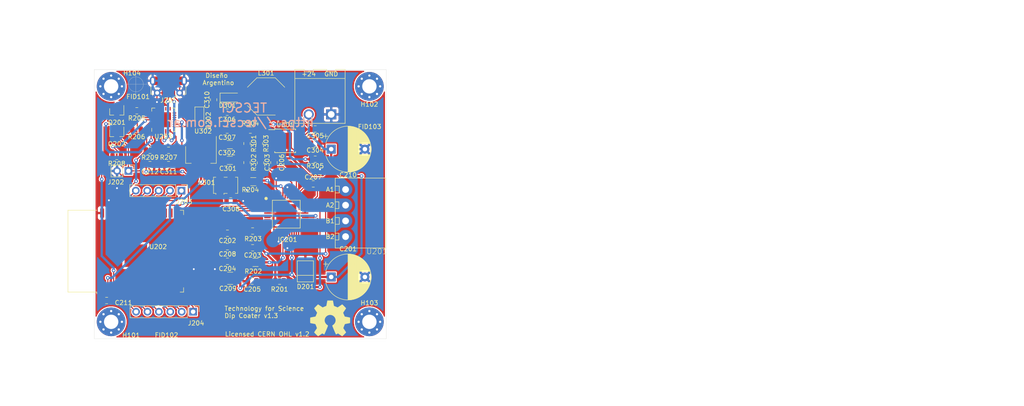
<source format=kicad_pcb>
(kicad_pcb (version 20171130) (host pcbnew 5.1.4-e60b266~84~ubuntu18.04.1)
  (title_block (title "Dip Coater") (date 2019-10-28) (rev v1.3) (company "Tecsci  Tecnología para Ciencia                            Licensed under CERN OHL v.1.2") (comment 1 "Ing. Electrónico Martin Abel Gambarotta") (comment 3 "Revisor: Mariano Campos") (comment 4 "Revisor: Diego Brengi"))
  (layers (0 F.Cu signal) (31 B.Cu signal) (34 B.Paste user hide) (35 F.Paste user hide) (36 B.SilkS user) (37 F.SilkS user) (38 B.Mask user) (39 F.Mask user) (44 Edge.Cuts user))
  (net 0 "")
  (net 1 GND)
  (net 2 +3V3)
  (net 3 "Net-(C203-Pad1)")
  (net 4 +24V)
  (net 5 "Net-(C205-Pad2)")
  (net 6 "Net-(C206-Pad2)")
  (net 7 "Net-(C207-Pad2)")
  (net 8 "Net-(C207-Pad1)")
  (net 9 "Net-(C303-Pad1)")
  (net 10 "Net-(C304-Pad1)")
  (net 11 "Net-(C305-Pad2)")
  (net 12 "Net-(C305-Pad1)")
  (net 13 "Net-(IC201-Pad44)")
  (net 14 /esp32_tmc5130_/DRV_ENA)
  (net 15 "Net-(IC201-Pad28)")
  (net 16 "Net-(IC201-Pad27)")
  (net 17 "Net-(IC201-Pad26)")
  (net 18 "Net-(IC201-Pad25)")
  (net 19 "Net-(IC201-Pad24)")
  (net 20 "Net-(IC201-Pad23)")
  (net 21 "Net-(IC201-Pad17)")
  (net 22 "Net-(IC201-Pad12)")
  (net 23 "Net-(IC201-Pad11)")
  (net 24 "Net-(IC201-Pad9)")
  (net 25 "Net-(IC201-Pad8)")
  (net 26 /esp32_tmc5130_/MISO)
  (net 27 /esp32_tmc5130_/MOSI)
  (net 28 /esp32_tmc5130_/SCK)
  (net 29 /esp32_tmc5130_/CSN)
  (net 30 "Net-(R301-Pad1)")
  (net 31 "Net-(R303-Pad1)")
  (net 32 "Net-(R304-Pad2)")
  (net 33 "Net-(U301-Pad14)")
  (net 34 "Net-(U301-Pad7)")
  (net 35 "Net-(IC201-Pad46)")
  (net 36 "Net-(IC201-Pad42)")
  (net 37 "Net-(IC201-Pad19)")
  (net 38 "Net-(IC201-Pad15)")
  (net 39 +5VD)
  (net 40 "Net-(U202-Pad37)")
  (net 41 "Net-(U202-Pad36)")
  (net 42 "Net-(U202-Pad32)")
  (net 43 "Net-(U202-Pad26)")
  (net 44 "Net-(U202-Pad24)")
  (net 45 "Net-(U202-Pad22)")
  (net 46 "Net-(U202-Pad21)")
  (net 47 "Net-(U202-Pad20)")
  (net 48 "Net-(U202-Pad19)")
  (net 49 "Net-(U202-Pad18)")
  (net 50 "Net-(U202-Pad17)")
  (net 51 "Net-(U202-Pad16)")
  (net 52 "Net-(U202-Pad5)")
  (net 53 "Net-(U202-Pad4)")
  (net 54 "Net-(C308-Pad1)")
  (net 55 /alimentacion/CLK16)
  (net 56 +5V)
  (net 57 /esp32_tmc5130_/TX)
  (net 58 /esp32_tmc5130_/RX)
  (net 59 "Net-(C202-Pad1)")
  (net 60 "Net-(J203-Pad5)")
  (net 61 "Net-(J203-Pad4)")
  (net 62 "Net-(J203-Pad3)")
  (net 63 /esp32_tmc5130_/IO29)
  (net 64 "Net-(J203-Pad1)")
  (net 65 "Net-(J204-Pad6)")
  (net 66 "Net-(J204-Pad5)")
  (net 67 "Net-(J204-Pad4)")
  (net 68 "Net-(J204-Pad3)")
  (net 69 "Net-(J204-Pad2)")
  (net 70 "Net-(J204-Pad1)")
  (net 71 /esp32_tmc5130_/EN)
  (net 72 /esp32_tmc5130_/IO0)
  (net 73 /esp32_tmc5130_/VBUS)
  (net 74 /esp32_tmc5130_/D+)
  (net 75 "Net-(J201-Pad4)")
  (net 76 /esp32_tmc5130_/D-)
  (net 77 /esp32_tmc5130_/RTS)
  (net 78 "Net-(Q201-Pad2)")
  (net 79 /esp32_tmc5130_/DTR)
  (net 80 "Net-(Q202-Pad2)")
  (net 81 "Net-(R207-Pad1)")
  (net 82 "Net-(R208-Pad2)")
  (net 83 "Net-(R209-Pad2)")
  (net 84 "Net-(U203-Pad27)")
  (net 85 "Net-(U203-Pad23)")
  (net 86 "Net-(U203-Pad22)")
  (net 87 "Net-(U203-Pad21)")
  (net 88 "Net-(U203-Pad20)")
  (net 89 "Net-(U203-Pad19)")
  (net 90 "Net-(U203-Pad18)")
  (net 91 "Net-(U203-Pad17)")
  (net 92 "Net-(U203-Pad16)")
  (net 93 "Net-(U203-Pad15)")
  (net 94 "Net-(U203-Pad14)")
  (net 95 "Net-(U203-Pad13)")
  (net 96 "Net-(U203-Pad12)")
  (net 97 "Net-(U203-Pad11)")
  (net 98 "Net-(U203-Pad10)")
  (net 99 "Net-(U203-Pad2)")
  (net 100 "Net-(U203-Pad1)")
  (module Package_TO_SOT_SMD:SOT-23 (layer F.Cu) (at 61 69.2 270)
    (fp_text reference Q202 (at 2.4 0 180) (layer F.SilkS))
    (fp_text value S8050)
    (pad 3 smd rect (at 1 0 270) (size 0.9 0.8) (layers F.Cu F.Paste F.Mask) (net 72 /esp32_tmc5130_/IO0))
    (pad 2 smd rect (at -1 0.95 270) (size 0.9 0.8) (layers F.Cu F.Paste F.Mask) (net 80 "Net-(Q202-Pad2)"))
    (pad 1 smd rect (at -1 -0.95 270) (size 0.9 0.8) (layers F.Cu F.Paste F.Mask) (net 79 /esp32_tmc5130_/DTR))
  )
  (module Package_TO_SOT_SMD:SOT-23 (layer F.Cu) (at 61 64.4 270)
    (fp_text reference Q201 (at 2.4 0 180) (layer F.SilkS))
    (fp_text value S8050)
    (pad 3 smd rect (at 1 0 270) (size 0.9 0.8) (layers F.Cu F.Paste F.Mask) (net 71 /esp32_tmc5130_/EN))
    (pad 2 smd rect (at -1 0.95 270) (size 0.9 0.8) (layers F.Cu F.Paste F.Mask) (net 78 "Net-(Q201-Pad2)"))
    (pad 1 smd rect (at -1 -0.95 270) (size 0.9 0.8) (layers F.Cu F.Paste F.Mask) (net 77 /esp32_tmc5130_/RTS))
  )
  (module RF_Module:ESP32-WROOM-32 (layer F.Cu) (at 66 95.5 90)
    (fp_text reference U202 (at 0.98 4.2) (layer F.SilkS))
    (fp_text value ESP32-WROOM-32D)
    (pad 38 smd rect (at 8.5 -8.255 90) (size 2 0.9) (layers F.Cu F.Paste F.Mask) (net 1 GND))
    (pad 37 smd rect (at 8.5 -6.985 90) (size 2 0.9) (layers F.Cu F.Paste F.Mask) (net 40 "Net-(U202-Pad37)"))
    (pad 36 smd rect (at 8.5 -5.715 90) (size 2 0.9) (layers F.Cu F.Paste F.Mask) (net 41 "Net-(U202-Pad36)"))
    (pad 35 smd rect (at 8.5 -4.445 90) (size 2 0.9) (layers F.Cu F.Paste F.Mask) (net 57 /esp32_tmc5130_/TX))
    (pad 34 smd rect (at 8.5 -3.175 90) (size 2 0.9) (layers F.Cu F.Paste F.Mask) (net 58 /esp32_tmc5130_/RX))
    (pad 33 smd rect (at 8.5 -1.905 90) (size 2 0.9) (layers F.Cu F.Paste F.Mask) (net 60 "Net-(J203-Pad5)"))
    (pad 32 smd rect (at 8.5 -0.635 90) (size 2 0.9) (layers F.Cu F.Paste F.Mask) (net 42 "Net-(U202-Pad32)"))
    (pad 31 smd rect (at 8.5 0.635 90) (size 2 0.9) (layers F.Cu F.Paste F.Mask) (net 61 "Net-(J203-Pad4)"))
    (pad 30 smd rect (at 8.5 1.905 90) (size 2 0.9) (layers F.Cu F.Paste F.Mask) (net 62 "Net-(J203-Pad3)"))
    (pad 29 smd rect (at 8.5 3.175 90) (size 2 0.9) (layers F.Cu F.Paste F.Mask) (net 63 /esp32_tmc5130_/IO29))
    (pad 28 smd rect (at 8.5 4.445 90) (size 2 0.9) (layers F.Cu F.Paste F.Mask) (net 64 "Net-(J203-Pad1)"))
    (pad 27 smd rect (at 8.5 5.715 90) (size 2 0.9) (layers F.Cu F.Paste F.Mask) (net 14 /esp32_tmc5130_/DRV_ENA))
    (pad 26 smd rect (at 8.5 6.985 90) (size 2 0.9) (layers F.Cu F.Paste F.Mask) (net 43 "Net-(U202-Pad26)"))
    (pad 25 smd rect (at 8.5 8.255 90) (size 2 0.9) (layers F.Cu F.Paste F.Mask) (net 72 /esp32_tmc5130_/IO0))
    (pad 24 smd rect (at 5.715 9.255 180) (size 2 0.9) (layers F.Cu F.Paste F.Mask) (net 44 "Net-(U202-Pad24)"))
    (pad 23 smd rect (at 4.445 9.255 180) (size 2 0.9) (layers F.Cu F.Paste F.Mask) (net 29 /esp32_tmc5130_/CSN))
    (pad 22 smd rect (at 3.175 9.255 180) (size 2 0.9) (layers F.Cu F.Paste F.Mask) (net 45 "Net-(U202-Pad22)"))
    (pad 21 smd rect (at 1.905 9.255 180) (size 2 0.9) (layers F.Cu F.Paste F.Mask) (net 46 "Net-(U202-Pad21)"))
    (pad 20 smd rect (at 0.635 9.255 180) (size 2 0.9) (layers F.Cu F.Paste F.Mask) (net 47 "Net-(U202-Pad20)"))
    (pad 19 smd rect (at -0.635 9.255 180) (size 2 0.9) (layers F.Cu F.Paste F.Mask) (net 48 "Net-(U202-Pad19)"))
    (pad 18 smd rect (at -1.905 9.255 180) (size 2 0.9) (layers F.Cu F.Paste F.Mask) (net 49 "Net-(U202-Pad18)"))
    (pad 17 smd rect (at -3.175 9.255 180) (size 2 0.9) (layers F.Cu F.Paste F.Mask) (net 50 "Net-(U202-Pad17)"))
    (pad 16 smd rect (at -4.445 9.255 180) (size 2 0.9) (layers F.Cu F.Paste F.Mask) (net 51 "Net-(U202-Pad16)"))
    (pad 15 smd rect (at -5.715 9.255 180) (size 2 0.9) (layers F.Cu F.Paste F.Mask) (net 1 GND))
    (pad 14 smd rect (at -8.5 8.255 90) (size 2 0.9) (layers F.Cu F.Paste F.Mask) (net 28 /esp32_tmc5130_/SCK))
    (pad 13 smd rect (at -8.5 6.985 90) (size 2 0.9) (layers F.Cu F.Paste F.Mask) (net 27 /esp32_tmc5130_/MOSI))
    (pad 12 smd rect (at -8.5 5.715 90) (size 2 0.9) (layers F.Cu F.Paste F.Mask) (net 26 /esp32_tmc5130_/MISO))
    (pad 11 smd rect (at -8.5 4.445 90) (size 2 0.9) (layers F.Cu F.Paste F.Mask) (net 70 "Net-(J204-Pad1)"))
    (pad 10 smd rect (at -8.5 3.175 90) (size 2 0.9) (layers F.Cu F.Paste F.Mask) (net 69 "Net-(J204-Pad2)"))
    (pad 9 smd rect (at -8.5 1.905 90) (size 2 0.9) (layers F.Cu F.Paste F.Mask) (net 68 "Net-(J204-Pad3)"))
    (pad 8 smd rect (at -8.5 0.635 90) (size 2 0.9) (layers F.Cu F.Paste F.Mask) (net 67 "Net-(J204-Pad4)"))
    (pad 7 smd rect (at -8.5 -0.635 90) (size 2 0.9) (layers F.Cu F.Paste F.Mask) (net 66 "Net-(J204-Pad5)"))
    (pad 6 smd rect (at -8.5 -1.905 90) (size 2 0.9) (layers F.Cu F.Paste F.Mask) (net 65 "Net-(J204-Pad6)"))
    (pad 5 smd rect (at -8.5 -3.175 90) (size 2 0.9) (layers F.Cu F.Paste F.Mask) (net 52 "Net-(U202-Pad5)"))
    (pad 4 smd rect (at -8.5 -4.445 90) (size 2 0.9) (layers F.Cu F.Paste F.Mask) (net 53 "Net-(U202-Pad4)"))
    (pad 3 smd rect (at -8.5 -5.715 90) (size 2 0.9) (layers F.Cu F.Paste F.Mask) (net 71 /esp32_tmc5130_/EN))
    (pad 2 smd rect (at -8.5 -6.985 90) (size 2 0.9) (layers F.Cu F.Paste F.Mask) (net 2 +3V3))
    (pad 1 smd rect (at -8.5 -8.255 90) (size 2 0.9) (layers F.Cu F.Paste F.Mask) (net 1 GND))
    (pad 39 smd rect (at -1 -0.755 90) (size 5 5) (layers F.Cu F.Paste F.Mask) (net 1 GND))
  )
  (module Connector_PinHeader_2.54mm:PinHeader_1x02_P2.54mm_Vertical (layer F.Cu) (at 63.6 77.6 270)
    (fp_text reference J202 (at 2.5 2.79 180) (layer F.SilkS))
    (fp_text value Boot)
    (pad 2 thru_hole oval (at 0 2.54 270) (size 1.7 1.7) (drill 1) (layers *.Cu *.Mask) (net 1 GND))
    (pad 1 thru_hole rect (at 0 0 270) (size 1.7 1.7) (drill 1) (layers *.Cu *.Mask) (net 72 /esp32_tmc5130_/IO0))
  )
  (module Package_DFN_QFN:QFN-28-1EP_5x5mm_P0.5mm_EP3.35x3.35mm (layer F.Cu) (at 71.4 66.2 90)
    (fp_text reference U203 (at -3.75 -0.05) (layer F.SilkS))
    (fp_text value CP2102N-A01-GQFN28)
    (pad 28 smd roundrect (at -1.5 -2.45 90) (size 0.25 0.8) (layers F.Cu F.Paste F.Mask) (net 79 /esp32_tmc5130_/DTR))
    (pad 27 smd roundrect (at -1 -2.45 90) (size 0.25 0.8) (layers F.Cu F.Paste F.Mask) (net 84 "Net-(U203-Pad27)"))
    (pad 26 smd roundrect (at -0.5 -2.45 90) (size 0.25 0.8) (layers F.Cu F.Paste F.Mask) (net 83 "Net-(R209-Pad2)"))
    (pad 25 smd roundrect (at 0 -2.45 90) (size 0.25 0.8) (layers F.Cu F.Paste F.Mask) (net 82 "Net-(R208-Pad2)"))
    (pad 24 smd roundrect (at 0.5 -2.45 90) (size 0.25 0.8) (layers F.Cu F.Paste F.Mask) (net 77 /esp32_tmc5130_/RTS))
    (pad 23 smd roundrect (at 1 -2.45 90) (size 0.25 0.8) (layers F.Cu F.Paste F.Mask) (net 85 "Net-(U203-Pad23)"))
    (pad 22 smd roundrect (at 1.5 -2.45 90) (size 0.25 0.8) (layers F.Cu F.Paste F.Mask) (net 86 "Net-(U203-Pad22)"))
    (pad 21 smd roundrect (at 2.45 -1.5 90) (size 0.8 0.25) (layers F.Cu F.Paste F.Mask) (net 87 "Net-(U203-Pad21)"))
    (pad 20 smd roundrect (at 2.45 -1 90) (size 0.8 0.25) (layers F.Cu F.Paste F.Mask) (net 88 "Net-(U203-Pad20)"))
    (pad 19 smd roundrect (at 2.45 -0.5 90) (size 0.8 0.25) (layers F.Cu F.Paste F.Mask) (net 89 "Net-(U203-Pad19)"))
    (pad 18 smd roundrect (at 2.45 0 90) (size 0.8 0.25) (layers F.Cu F.Paste F.Mask) (net 90 "Net-(U203-Pad18)"))
    (pad 17 smd roundrect (at 2.45 0.5 90) (size 0.8 0.25) (layers F.Cu F.Paste F.Mask) (net 91 "Net-(U203-Pad17)"))
    (pad 16 smd roundrect (at 2.45 1 90) (size 0.8 0.25) (layers F.Cu F.Paste F.Mask) (net 92 "Net-(U203-Pad16)"))
    (pad 15 smd roundrect (at 2.45 1.5 90) (size 0.8 0.25) (layers F.Cu F.Paste F.Mask) (net 93 "Net-(U203-Pad15)"))
    (pad 14 smd roundrect (at 1.5 2.45 90) (size 0.25 0.8) (layers F.Cu F.Paste F.Mask) (net 94 "Net-(U203-Pad14)"))
    (pad 13 smd roundrect (at 1 2.45 90) (size 0.25 0.8) (layers F.Cu F.Paste F.Mask) (net 95 "Net-(U203-Pad13)"))
    (pad 12 smd roundrect (at 0.5 2.45 90) (size 0.25 0.8) (layers F.Cu F.Paste F.Mask) (net 96 "Net-(U203-Pad12)"))
    (pad 11 smd roundrect (at 0 2.45 90) (size 0.25 0.8) (layers F.Cu F.Paste F.Mask) (net 97 "Net-(U203-Pad11)"))
    (pad 10 smd roundrect (at -0.5 2.45 90) (size 0.25 0.8) (layers F.Cu F.Paste F.Mask) (net 98 "Net-(U203-Pad10)"))
    (pad 9 smd roundrect (at -1 2.45 90) (size 0.25 0.8) (layers F.Cu F.Paste F.Mask) (net 81 "Net-(R207-Pad1)"))
    (pad 8 smd roundrect (at -1.5 2.45 90) (size 0.25 0.8) (layers F.Cu F.Paste F.Mask) (net 73 /esp32_tmc5130_/VBUS))
    (pad 7 smd roundrect (at -2.45 1.5 90) (size 0.8 0.25) (layers F.Cu F.Paste F.Mask) (net 2 +3V3))
    (pad 6 smd roundrect (at -2.45 1 90) (size 0.8 0.25) (layers F.Cu F.Paste F.Mask) (net 2 +3V3))
    (pad 5 smd roundrect (at -2.45 0.5 90) (size 0.8 0.25) (layers F.Cu F.Paste F.Mask) (net 76 /esp32_tmc5130_/D-))
    (pad 4 smd roundrect (at -2.45 0 90) (size 0.8 0.25) (layers F.Cu F.Paste F.Mask) (net 74 /esp32_tmc5130_/D+))
    (pad 3 smd roundrect (at -2.45 -0.5 90) (size 0.8 0.25) (layers F.Cu F.Paste F.Mask) (net 1 GND))
    (pad 2 smd roundrect (at -2.45 -1 90) (size 0.8 0.25) (layers F.Cu F.Paste F.Mask) (net 99 "Net-(U203-Pad2)"))
    (pad 1 smd roundrect (at -2.45 -1.5 90) (size 0.8 0.25) (layers F.Cu F.Paste F.Mask) (net 100 "Net-(U203-Pad1)"))
    (pad 29 smd roundrect (at 0 0 90) (size 3.35 3.35) (layers F.Cu F.Mask) (roundrect_rratio 0.074627) (net 1 GND))
  )
  (module Resistor_SMD:R_0805_2012Metric (layer F.Cu) (at 68.4 73)
    (fp_text reference R209 (at 0 1.6) (layer F.SilkS))
    (fp_text value 1K)
    (pad 2 smd roundrect (at 0.9375 0) (size 0.975 1.4) (layers F.Cu F.Paste F.Mask) (net 83 "Net-(R209-Pad2)"))
    (pad 1 smd roundrect (at -0.9375 0) (size 0.975 1.4) (layers F.Cu F.Paste F.Mask) (net 58 /esp32_tmc5130_/RX))
  )
  (module Resistor_SMD:R_0805_2012Metric (layer F.Cu) (at 60.99 74.36)
    (fp_text reference R208 (at 0 1.6) (layer F.SilkS))
    (fp_text value 1K)
    (pad 2 smd roundrect (at 0.9375 0) (size 0.975 1.4) (layers F.Cu F.Paste F.Mask) (net 82 "Net-(R208-Pad2)"))
    (pad 1 smd roundrect (at -0.9375 0) (size 0.975 1.4) (layers F.Cu F.Paste F.Mask) (net 57 /esp32_tmc5130_/TX))
  )
  (module Resistor_SMD:R_0805_2012Metric (layer F.Cu) (at 72.5375 73 180)
    (fp_text reference R207 (at 0 -1.6) (layer F.SilkS))
    (fp_text value 4.7K)
    (pad 2 smd roundrect (at 0.9375 0 180) (size 0.975 1.4) (layers F.Cu F.Paste F.Mask) (net 2 +3V3))
    (pad 1 smd roundrect (at -0.9375 0 180) (size 0.975 1.4) (layers F.Cu F.Paste F.Mask) (net 81 "Net-(R207-Pad1)"))
  )
  (module Resistor_SMD:R_0805_2012Metric (layer F.Cu) (at 65.4 68.4)
    (fp_text reference R206 (at 0 1.6) (layer F.SilkS))
    (fp_text value 10K)
    (pad 2 smd roundrect (at 0.9375 0) (size 0.975 1.4) (layers F.Cu F.Paste F.Mask) (net 77 /esp32_tmc5130_/RTS))
    (pad 1 smd roundrect (at -0.9375 0) (size 0.975 1.4) (layers F.Cu F.Paste F.Mask) (net 80 "Net-(Q202-Pad2)"))
  )
  (module Resistor_SMD:R_0805_2012Metric (layer F.Cu) (at 65.4625 64.2 180)
    (fp_text reference R205 (at 0 -1.65) (layer F.SilkS))
    (fp_text value 10K)
    (pad 2 smd roundrect (at 0.9375 0 180) (size 0.975 1.4) (layers F.Cu F.Paste F.Mask) (net 79 /esp32_tmc5130_/DTR))
    (pad 1 smd roundrect (at -0.9375 0 180) (size 0.975 1.4) (layers F.Cu F.Paste F.Mask) (net 78 "Net-(Q201-Pad2)"))
  )
  (module Connector_USB:USB_Micro-B_Molex-105017-0001 (layer F.Cu) (at 72.5 58.75 180)
    (fp_text reference J201 (at 0 -3.1125) (layer F.SilkS))
    (fp_text value USB_B_Micro)
    (pad 6 smd rect (at -2.9 1.2375 180) (size 1.2 1.9) (layers F.Cu F.Mask) (net 1 GND))
    (pad 6 smd rect (at 2.9 1.2375 180) (size 1.2 1.9) (layers F.Cu F.Mask) (net 1 GND))
    (pad 6 thru_hole oval (at 3.5 1.2375 180) (size 1.2 1.9) (drill oval 0.6 1.3) (layers *.Cu *.Mask) (net 1 GND))
    (pad 6 thru_hole oval (at -3.5 1.2375) (size 1.2 1.9) (drill oval 0.6 1.3) (layers *.Cu *.Mask) (net 1 GND))
    (pad 6 smd rect (at -1 1.2375 180) (size 1.5 1.9) (layers F.Cu F.Paste F.Mask) (net 1 GND))
    (pad 6 thru_hole circle (at 2.5 -1.4625 180) (size 1.45 1.45) (drill 0.85) (layers *.Cu *.Mask) (net 1 GND))
    (pad 3 smd rect (at 0 -1.4625 180) (size 0.4 1.35) (layers F.Cu F.Paste F.Mask) (net 74 /esp32_tmc5130_/D+))
    (pad 4 smd rect (at 0.65 -1.4625 180) (size 0.4 1.35) (layers F.Cu F.Paste F.Mask) (net 75 "Net-(J201-Pad4)"))
    (pad 5 smd rect (at 1.3 -1.4625 180) (size 0.4 1.35) (layers F.Cu F.Paste F.Mask) (net 1 GND))
    (pad 1 smd rect (at -1.3 -1.4625 180) (size 0.4 1.35) (layers F.Cu F.Paste F.Mask) (net 73 /esp32_tmc5130_/VBUS))
    (pad 2 smd rect (at -0.65 -1.4625 180) (size 0.4 1.35) (layers F.Cu F.Paste F.Mask) (net 76 /esp32_tmc5130_/D-))
    (pad 6 thru_hole circle (at -2.5 -1.4625 180) (size 1.45 1.45) (drill 0.85) (layers *.Cu *.Mask) (net 1 GND))
    (pad 6 smd rect (at 1 1.2375 180) (size 1.5 1.9) (layers F.Cu F.Paste F.Mask) (net 1 GND))
  )
  (module Diode_SMD:D_SOD-123 (layer F.Cu) (at 79.4 65.6 270)
    (fp_text reference D202 (at 0.75 -2 90) (layer F.SilkS))
    (fp_text value PMEG3020CEH)
    (pad 2 smd rect (at 1.65 0 270) (size 0.9 1.2) (layers F.Cu F.Paste F.Mask) (net 73 /esp32_tmc5130_/VBUS))
    (pad 1 smd rect (at -1.65 0 270) (size 0.9 1.2) (layers F.Cu F.Paste F.Mask) (net 39 +5VD))
  )
  (module Connector_PinHeader_2.54mm:PinHeader_1x05_P2.54mm_Vertical (layer F.Cu) (at 75.4 82 270)
    (fp_text reference J203 (at 2.5 -0.6 180) (layer F.SilkS))
    (fp_text value Conn_01x05)
    (pad 5 thru_hole oval (at 0 10.16 270) (size 1.7 1.7) (drill 1) (layers *.Cu *.Mask) (net 60 "Net-(J203-Pad5)"))
    (pad 4 thru_hole oval (at 0 7.62 270) (size 1.7 1.7) (drill 1) (layers *.Cu *.Mask) (net 61 "Net-(J203-Pad4)"))
    (pad 3 thru_hole oval (at 0 5.08 270) (size 1.7 1.7) (drill 1) (layers *.Cu *.Mask) (net 62 "Net-(J203-Pad3)"))
    (pad 2 thru_hole oval (at 0 2.54 270) (size 1.7 1.7) (drill 1) (layers *.Cu *.Mask) (net 63 /esp32_tmc5130_/IO29))
    (pad 1 thru_hole rect (at 0 0 270) (size 1.7 1.7) (drill 1) (layers *.Cu *.Mask) (net 64 "Net-(J203-Pad1)"))
  )
  (module Connector_PinHeader_2.54mm:PinHeader_1x06_P2.54mm_Vertical (layer F.Cu) (at 78 109 270)
    (fp_text reference J204 (at 2.55 -0.65) (layer F.SilkS))
    (fp_text value Conn_01x06)
    (pad 6 thru_hole oval (at 0 12.7 270) (size 1.7 1.7) (drill 1) (layers *.Cu *.Mask) (net 65 "Net-(J204-Pad6)"))
    (pad 5 thru_hole oval (at 0 10.16 270) (size 1.7 1.7) (drill 1) (layers *.Cu *.Mask) (net 66 "Net-(J204-Pad5)"))
    (pad 4 thru_hole oval (at 0 7.62 270) (size 1.7 1.7) (drill 1) (layers *.Cu *.Mask) (net 67 "Net-(J204-Pad4)"))
    (pad 3 thru_hole oval (at 0 5.08 270) (size 1.7 1.7) (drill 1) (layers *.Cu *.Mask) (net 68 "Net-(J204-Pad3)"))
    (pad 2 thru_hole oval (at 0 2.54 270) (size 1.7 1.7) (drill 1) (layers *.Cu *.Mask) (net 69 "Net-(J204-Pad2)"))
    (pad 1 thru_hole rect (at 0 0 270) (size 1.7 1.7) (drill 1) (layers *.Cu *.Mask) (net 70 "Net-(J204-Pad1)"))
  )
  (module Capacitor_SMD:C_0805_2012Metric (layer F.Cu) (at 68.4 76.2)
    (fp_text reference C212 (at 0 1.6) (layer F.SilkS))
    (fp_text value 0.1uF)
    (pad 2 smd roundrect (at 0.9375 0) (size 0.975 1.4) (layers F.Cu F.Paste F.Mask) (net 1 GND))
    (pad 1 smd roundrect (at -0.9375 0) (size 0.975 1.4) (layers F.Cu F.Paste F.Mask) (net 72 /esp32_tmc5130_/IO0))
  )
  (module Package_TO_SOT_SMD:SOT-223-3_TabPin2 (layer F.Cu) (at 79.75 74 270)
    (fp_text reference U302 (at -5.2578 -0.47244 180) (layer F.SilkS))
    (fp_text value LD1117S33TR_SOT223)
    (pad 1 smd rect (at -3.15 -2.3 270) (size 2 1.5) (layers F.Cu F.Paste F.Mask) (net 1 GND))
    (pad 3 smd rect (at -3.15 2.3 270) (size 2 1.5) (layers F.Cu F.Paste F.Mask) (net 39 +5VD))
    (pad 2 smd rect (at -3.15 0 270) (size 2 1.5) (layers F.Cu F.Paste F.Mask) (net 2 +3V3))
    (pad 2 smd rect (at 3.15 0 270) (size 2 3.8) (layers F.Cu F.Paste F.Mask) (net 2 +3V3))
  )
  (module Capacitor_SMD:C_0805_2012Metric (layer F.Cu) (at 72.5375 76.2 180)
    (fp_text reference C311 (at 0 -1.6) (layer F.SilkS))
    (fp_text value 10uF)
    (pad 2 smd roundrect (at 0.9375 0 180) (size 0.975 1.4) (layers F.Cu F.Paste F.Mask) (net 1 GND))
    (pad 1 smd roundrect (at -0.9375 0 180) (size 0.975 1.4) (layers F.Cu F.Paste F.Mask) (net 2 +3V3))
  )
  (module Capacitor_SMD:C_0805_2012Metric (layer F.Cu) (at 82.57032 61.73978 270)
    (fp_text reference C310 (at 0.01022 1.47032 270) (layer F.SilkS))
    (fp_text value 100nF)
    (pad 2 smd roundrect (at 0.9375 0 270) (size 0.975 1.4) (layers F.Cu F.Paste F.Mask) (net 1 GND))
    (pad 1 smd roundrect (at -0.9375 0 270) (size 0.975 1.4) (layers F.Cu F.Paste F.Mask) (net 39 +5VD))
  )
  (module Capacitor_SMD:C_0805_2012Metric (layer F.Cu) (at 58.75 106.5 180)
    (fp_text reference C211 (at -3.75 -0.5) (layer F.SilkS))
    (fp_text value 0.1uF)
    (pad 2 smd roundrect (at 0.9375 0 180) (size 0.975 1.4) (layers F.Cu F.Paste F.Mask) (net 1 GND))
    (pad 1 smd roundrect (at -0.9375 0 180) (size 0.975 1.4) (layers F.Cu F.Paste F.Mask) (net 71 /esp32_tmc5130_/EN))
  )
  (module Oscillator:Oscillator_SMD_EuroQuartz_XO53-4Pin_5.0x3.2mm (layer F.Cu) (at 85.2424 80.80992)
    (fp_text reference X301 (at -4.2424 -0.60992) (layer F.SilkS))
    (fp_text value Oscillator_636L3C016M00000)
    (pad 4 smd rect (at -1.27 -1.1) (size 1.4 1.2) (layers F.Cu F.Paste F.Mask) (net 2 +3V3))
    (pad 3 smd rect (at 1.27 -1.1) (size 1.4 1.2) (layers F.Cu F.Paste F.Mask) (net 55 /alimentacion/CLK16))
    (pad 2 smd rect (at 1.27 1.1) (size 1.4 1.2) (layers F.Cu F.Paste F.Mask) (net 1 GND))
    (pad 1 smd rect (at -1.27 1.1) (size 1.4 1.2) (layers F.Cu F.Paste F.Mask) (net 54 "Net-(C308-Pad1)"))
  )
  (module Capacitor_SMD:C_0805_2012Metric (layer F.Cu) (at 86.37778 84.28228)
    (fp_text reference C308 (at 0.06096 1.80594) (layer F.SilkS))
    (fp_text value 10nF/16V/0805)
    (pad 2 smd roundrect (at 0.9375 0) (size 0.975 1.4) (layers F.Cu F.Paste F.Mask) (net 1 GND))
    (pad 1 smd roundrect (at -0.9375 0) (size 0.975 1.4) (layers F.Cu F.Paste F.Mask) (net 54 "Net-(C308-Pad1)"))
  )
  (module Resistor_SMD:R_0805_2012Metric (layer F.Cu) (at 91.25 91)
    (fp_text reference R203 (at 0.1 1.75) (layer F.SilkS))
    (fp_text value 0R)
    (pad 2 smd roundrect (at 0.9375 0) (size 0.975 1.4) (layers F.Cu F.Paste F.Mask) (net 1 GND))
    (pad 1 smd roundrect (at -0.9375 0) (size 0.975 1.4) (layers F.Cu F.Paste F.Mask) (net 23 "Net-(IC201-Pad11)"))
  )
  (module Fiducial:Fiducial_1mm_Mask2mm (layer F.Cu) (at 117.2337 65.59296)
    (fp_text reference FID103 (at 0.07112 2.14884) (layer F.SilkS))
    (fp_text value Fiducial)
    (pad "" smd circle (at 0 0) (size 1 1) (layers F.Cu F.Mask) (clearance 0.5))
  )
  (module Fiducial:Fiducial_1mm_Mask2mm (layer F.Cu) (at 72.07 112.32)
    (fp_text reference FID102 (at 0 1.9) (layer F.SilkS))
    (fp_text value Fiducial)
    (pad "" smd circle (at 0 0) (size 1 1) (layers F.Cu F.Mask) (clearance 0.5))
  )
  (module TMC5130-Eval_v15:AKL169_04_POL (layer F.Cu) (at 115.25 87 90)
    (fp_text reference U201 (at -9.25 1.25 180) (layer F.SilkS) (effects (font (size 1.2065 1.2065) (thickness 0.09652)) (justify left bottom)))
    (fp_text value AKL182_04_POL_HEADER hide)
    (pad 4 thru_hole circle (at 5.25 -3.3 90) (size 2.25 2.25) (drill 1.5) (layers *.Cu *.Mask) (net 35 "Net-(IC201-Pad46)"))
    (pad 3 thru_hole circle (at 1.75 -3.3 90) (size 2.25 2.25) (drill 1.5) (layers *.Cu *.Mask) (net 36 "Net-(IC201-Pad42)"))
    (pad 2 thru_hole circle (at -1.75 -3.3 90) (size 2.25 2.25) (drill 1.5) (layers *.Cu *.Mask) (net 38 "Net-(IC201-Pad15)"))
    (pad 1 thru_hole circle (at -5.25 -3.3 90) (size 2.25 2.25) (drill 1.5) (layers *.Cu *.Mask) (net 37 "Net-(IC201-Pad19)"))
  )
  (module Capacitor_THT:CP_Radial_D10.0mm_P7.50mm (layer F.Cu) (at 108.75 101.25)
    (fp_text reference C201 (at 3.75 -6.25) (layer F.SilkS))
    (fp_text value 150uF/63V)
    (pad 2 thru_hole circle (at 7.5 0) (size 2 2) (drill 1) (layers *.Cu *.Mask) (net 1 GND))
    (pad 1 thru_hole rect (at 0 0) (size 2 2) (drill 1) (layers *.Cu *.Mask) (net 4 +24V))
  )
  (module Fiducial:Fiducial_1mm_Mask2mm (layer F.Cu) (at 65.25 58.35)
    (fp_text reference FID101 (at 0.5 2.7) (layer F.SilkS))
    (fp_text value Fiducial)
    (pad "" smd circle (at 0 0) (size 1 1) (layers F.Cu F.Mask) (clearance 0.5))
  )
  (module Resistor_SMD:R_0805_2012Metric (layer F.Cu) (at 97.25 102.175 180)
    (fp_text reference R201 (at 0 -1.825) (layer F.SilkS))
    (fp_text value 2R2)
    (pad 2 smd roundrect (at 0.9375 0 180) (size 0.975 1.4) (layers F.Cu F.Paste F.Mask) (net 3 "Net-(C203-Pad1)"))
    (pad 1 smd roundrect (at -0.9375 0 180) (size 0.975 1.4) (layers F.Cu F.Paste F.Mask) (net 5 "Net-(C205-Pad2)"))
  )
  (module Capacitor_SMD:C_0805_2012Metric (layer F.Cu) (at 105.1875 71.5)
    (fp_text reference C304 (at 0 1.5) (layer F.SilkS))
    (fp_text value 1uF)
    (pad 2 smd roundrect (at 0.9375 0) (size 0.975 1.4) (layers F.Cu F.Paste F.Mask) (net 1 GND))
    (pad 1 smd roundrect (at -0.9375 0) (size 0.975 1.4) (layers F.Cu F.Paste F.Mask) (net 10 "Net-(C304-Pad1)"))
  )
  (module Package_SO:TSSOP-14-1EP_4.4x5mm_P0.65mm (layer F.Cu) (at 98.5 70.9)
    (fp_text reference U301 (at 0 -3.55) (layer F.SilkS))
    (fp_text value Regulador_LM5161)
    (pad 15 smd rect (at -0.75 -0.9) (size 1.5 1.8) (layers F.Cu F.Paste F.Mask) (net 1 GND))
    (pad 14 smd rect (at 2.95 -1.95) (size 1.45 0.45) (layers F.Cu F.Paste F.Mask) (net 33 "Net-(U301-Pad14)"))
    (pad 13 smd rect (at 2.95 -1.3) (size 1.45 0.45) (layers F.Cu F.Paste F.Mask) (net 12 "Net-(C305-Pad1)"))
    (pad 12 smd rect (at 2.95 -0.65) (size 1.45 0.45) (layers F.Cu F.Paste F.Mask) (net 12 "Net-(C305-Pad1)"))
    (pad 11 smd rect (at 2.95 0) (size 1.45 0.45) (layers F.Cu F.Paste F.Mask) (net 11 "Net-(C305-Pad2)"))
    (pad 10 smd rect (at 2.95 0.65) (size 1.45 0.45) (layers F.Cu F.Paste F.Mask) (net 10 "Net-(C304-Pad1)"))
    (pad 9 smd rect (at 2.95 1.3) (size 1.45 0.45) (layers F.Cu F.Paste F.Mask) (net 32 "Net-(R304-Pad2)"))
    (pad 8 smd rect (at 2.95 1.95) (size 1.45 0.45) (layers F.Cu F.Paste F.Mask) (net 1 GND))
    (pad 7 smd rect (at -2.95 1.95) (size 1.45 0.45) (layers F.Cu F.Paste F.Mask) (net 34 "Net-(U301-Pad7)"))
    (pad 6 smd rect (at -2.95 1.3) (size 1.45 0.45) (layers F.Cu F.Paste F.Mask) (net 9 "Net-(C303-Pad1)"))
    (pad 5 smd rect (at -2.95 0.65) (size 1.45 0.45) (layers F.Cu F.Paste F.Mask) (net 31 "Net-(R303-Pad1)"))
    (pad 4 smd rect (at -2.95 0) (size 1.45 0.45) (layers F.Cu F.Paste F.Mask) (net 30 "Net-(R301-Pad1)"))
    (pad 3 smd rect (at -2.95 -0.65) (size 1.45 0.45) (layers F.Cu F.Paste F.Mask) (net 4 +24V))
    (pad 2 smd rect (at -2.95 -1.3) (size 1.45 0.45) (layers F.Cu F.Paste F.Mask) (net 1 GND))
    (pad 1 smd rect (at -2.95 -1.95) (size 1.45 0.45) (layers F.Cu F.Paste F.Mask) (net 1 GND))
    (pad 15 smd rect (at 0.75 -0.9) (size 1.5 1.8) (layers F.Cu F.Paste F.Mask) (net 1 GND) (clearance 0.2))
    (pad 15 smd rect (at 0.75 0.9) (size 1.5 1.8) (layers F.Cu F.Paste F.Mask) (net 1 GND))
    (pad 15 smd rect (at -0.75 0.9) (size 1.5 1.8) (layers F.Cu F.Paste F.Mask) (net 1 GND))
  )
  (module Capacitor_SMD:C_1206_3216Metric (layer F.Cu) (at 86.18 71.75 180)
    (fp_text reference C302 (at 0.68 -1.82) (layer F.SilkS))
    (fp_text value 100nF)
    (pad 2 smd roundrect (at 1.4 0 180) (size 1.25 1.75) (layers F.Cu F.Paste F.Mask) (roundrect_rratio 0.2) (net 1 GND))
    (pad 1 smd roundrect (at -1.4 0 180) (size 1.25 1.75) (layers F.Cu F.Paste F.Mask) (roundrect_rratio 0.2) (net 4 +24V))
  )
  (module Resistor_SMD:R_0805_2012Metric (layer F.Cu) (at 105.1875 75)
    (fp_text reference R305 (at 0 1.5) (layer F.SilkS))
    (fp_text value 2.2k)
    (pad 2 smd roundrect (at 0.9375 0) (size 0.975 1.4) (layers F.Cu F.Paste F.Mask) (net 1 GND))
    (pad 1 smd roundrect (at -0.9375 0) (size 0.975 1.4) (layers F.Cu F.Paste F.Mask) (net 32 "Net-(R304-Pad2)"))
  )
  (module MountingHole:MountingHole_3.2mm_M3_Pad_Via (layer F.Cu) (at 59.75 58.75)
    (fp_text reference H104 (at 4.65 -2.95) (layer F.SilkS))
    (fp_text value MountingHole)
    (pad 1 thru_hole circle (at 1.697056 -1.697056) (size 0.8 0.8) (drill 0.5) (layers *.Cu *.Mask))
    (pad 1 thru_hole circle (at 0 -2.4) (size 0.8 0.8) (drill 0.5) (layers *.Cu *.Mask))
    (pad 1 thru_hole circle (at -1.697056 -1.697056) (size 0.8 0.8) (drill 0.5) (layers *.Cu *.Mask))
    (pad 1 thru_hole circle (at -2.4 0) (size 0.8 0.8) (drill 0.5) (layers *.Cu *.Mask))
    (pad 1 thru_hole circle (at -1.697056 1.697056) (size 0.8 0.8) (drill 0.5) (layers *.Cu *.Mask))
    (pad 1 thru_hole circle (at 0 2.4) (size 0.8 0.8) (drill 0.5) (layers *.Cu *.Mask))
    (pad 1 thru_hole circle (at 1.697056 1.697056) (size 0.8 0.8) (drill 0.5) (layers *.Cu *.Mask))
    (pad 1 thru_hole circle (at 2.4 0) (size 0.8 0.8) (drill 0.5) (layers *.Cu *.Mask))
    (pad 1 thru_hole circle (at 0 0) (size 6.4 6.4) (drill 3.2) (layers *.Cu *.Mask))
  )
  (module MountingHole:MountingHole_3.2mm_M3_Pad_Via (layer F.Cu) (at 117.25 111.25)
    (fp_text reference H103 (at 0 -4.2) (layer F.SilkS))
    (fp_text value MountingHole)
    (pad 1 thru_hole circle (at 1.697056 -1.697056) (size 0.8 0.8) (drill 0.5) (layers *.Cu *.Mask))
    (pad 1 thru_hole circle (at 0 -2.4) (size 0.8 0.8) (drill 0.5) (layers *.Cu *.Mask))
    (pad 1 thru_hole circle (at -1.697056 -1.697056) (size 0.8 0.8) (drill 0.5) (layers *.Cu *.Mask))
    (pad 1 thru_hole circle (at -2.4 0) (size 0.8 0.8) (drill 0.5) (layers *.Cu *.Mask))
    (pad 1 thru_hole circle (at -1.697056 1.697056) (size 0.8 0.8) (drill 0.5) (layers *.Cu *.Mask))
    (pad 1 thru_hole circle (at 0 2.4) (size 0.8 0.8) (drill 0.5) (layers *.Cu *.Mask))
    (pad 1 thru_hole circle (at 1.697056 1.697056) (size 0.8 0.8) (drill 0.5) (layers *.Cu *.Mask))
    (pad 1 thru_hole circle (at 2.4 0) (size 0.8 0.8) (drill 0.5) (layers *.Cu *.Mask))
    (pad 1 thru_hole circle (at 0 0) (size 6.4 6.4) (drill 3.2) (layers *.Cu *.Mask))
  )
  (module MountingHole:MountingHole_3.2mm_M3_Pad_Via (layer F.Cu) (at 117.25 58.75)
    (fp_text reference H102 (at 0 4) (layer F.SilkS))
    (fp_text value MountingHole)
    (pad 1 thru_hole circle (at 1.697056 -1.697056) (size 0.8 0.8) (drill 0.5) (layers *.Cu *.Mask))
    (pad 1 thru_hole circle (at 0 -2.4) (size 0.8 0.8) (drill 0.5) (layers *.Cu *.Mask))
    (pad 1 thru_hole circle (at -1.697056 -1.697056) (size 0.8 0.8) (drill 0.5) (layers *.Cu *.Mask))
    (pad 1 thru_hole circle (at -2.4 0) (size 0.8 0.8) (drill 0.5) (layers *.Cu *.Mask))
    (pad 1 thru_hole circle (at -1.697056 1.697056) (size 0.8 0.8) (drill 0.5) (layers *.Cu *.Mask))
    (pad 1 thru_hole circle (at 0 2.4) (size 0.8 0.8) (drill 0.5) (layers *.Cu *.Mask))
    (pad 1 thru_hole circle (at 1.697056 1.697056) (size 0.8 0.8) (drill 0.5) (layers *.Cu *.Mask))
    (pad 1 thru_hole circle (at 2.4 0) (size 0.8 0.8) (drill 0.5) (layers *.Cu *.Mask))
    (pad 1 thru_hole circle (at 0 0) (size 6.4 6.4) (drill 3.2) (layers *.Cu *.Mask))
  )
  (module MountingHole:MountingHole_3.2mm_M3_Pad_Via (layer F.Cu) (at 59.75 111.25)
    (fp_text reference H101 (at 4.45 3) (layer F.SilkS))
    (fp_text value MountingHole)
    (pad 1 thru_hole circle (at 1.697056 -1.697056) (size 0.8 0.8) (drill 0.5) (layers *.Cu *.Mask))
    (pad 1 thru_hole circle (at 0 -2.4) (size 0.8 0.8) (drill 0.5) (layers *.Cu *.Mask))
    (pad 1 thru_hole circle (at -1.697056 -1.697056) (size 0.8 0.8) (drill 0.5) (layers *.Cu *.Mask))
    (pad 1 thru_hole circle (at -2.4 0) (size 0.8 0.8) (drill 0.5) (layers *.Cu *.Mask))
    (pad 1 thru_hole circle (at -1.697056 1.697056) (size 0.8 0.8) (drill 0.5) (layers *.Cu *.Mask))
    (pad 1 thru_hole circle (at 0 2.4) (size 0.8 0.8) (drill 0.5) (layers *.Cu *.Mask))
    (pad 1 thru_hole circle (at 1.697056 1.697056) (size 0.8 0.8) (drill 0.5) (layers *.Cu *.Mask))
    (pad 1 thru_hole circle (at 2.4 0) (size 0.8 0.8) (drill 0.5) (layers *.Cu *.Mask))
    (pad 1 thru_hole circle (at 0 0) (size 6.4 6.4) (drill 3.2) (layers *.Cu *.Mask))
  )
  (module Capacitor_THT:CP_Radial_D10.0mm_P7.50mm (layer F.Cu) (at 108.75 72.75)
    (fp_text reference C210 (at 3.75 5.75) (layer F.SilkS))
    (fp_text value 150uF/63V)
    (pad 2 thru_hole circle (at 7.5 0) (size 2 2) (drill 1) (layers *.Cu *.Mask) (net 1 GND))
    (pad 1 thru_hole rect (at 0 0) (size 2 2) (drill 1) (layers *.Cu *.Mask) (net 4 +24V))
  )
  (module Symbol:OSHW-Symbol_8.9x8mm_SilkScreen (layer F.Cu) (at 108.5 110.5)
    (fp_text reference OSHWA101 hide)
    (fp_text value Logo_Open_Hardware_Small hide)
  )
  (module TMC5130-Eval_v15:QFP50P900X900X113-49N_NOFID (layer F.Cu) (at 98.75 87.25)
    (fp_text reference IC201 (at -2 6.25) (layer F.SilkS) (effects (justify left bottom)))
    (fp_text value TMC5130)
    (pad PAD smd rect (at 0 0) (size 4.45 4.45) (layers F.Cu F.Mask) (net 1 GND))
    (pad 48 smd rect (at -2.75 -4.2 270) (size 1.45 0.3) (layers F.Cu F.Paste F.Mask) (net 1 GND))
    (pad 47 smd rect (at -2.25 -4.2 270) (size 1.45 0.3) (layers F.Cu F.Paste F.Mask))
    (pad 46 smd rect (at -1.75 -4.2 270) (size 1.45 0.3) (layers F.Cu F.Paste F.Mask) (net 35 "Net-(IC201-Pad46)"))
    (pad 45 smd rect (at -1.25 -4.2 270) (size 1.45 0.3) (layers F.Cu F.Paste F.Mask))
    (pad 44 smd rect (at -0.75 -4.2 270) (size 1.45 0.3) (layers F.Cu F.Paste F.Mask) (net 13 "Net-(IC201-Pad44)"))
    (pad 43 smd rect (at -0.25 -4.2 270) (size 1.45 0.3) (layers F.Cu F.Paste F.Mask))
    (pad 42 smd rect (at 0.25 -4.2 270) (size 1.45 0.3) (layers F.Cu F.Paste F.Mask) (net 36 "Net-(IC201-Pad42)"))
    (pad 41 smd rect (at 0.75 -4.2 270) (size 1.45 0.3) (layers F.Cu F.Paste F.Mask))
    (pad 40 smd rect (at 1.25 -4.2 270) (size 1.45 0.3) (layers F.Cu F.Paste F.Mask) (net 4 +24V))
    (pad 39 smd rect (at 1.75 -4.2 270) (size 1.45 0.3) (layers F.Cu F.Paste F.Mask) (net 4 +24V))
    (pad 38 smd rect (at 2.25 -4.2 270) (size 1.45 0.3) (layers F.Cu F.Paste F.Mask) (net 6 "Net-(C206-Pad2)"))
    (pad 37 smd rect (at 2.75 -4.2 270) (size 1.45 0.3) (layers F.Cu F.Paste F.Mask) (net 7 "Net-(C207-Pad2)"))
    (pad 36 smd rect (at 4.2 -2.75 180) (size 1.45 0.3) (layers F.Cu F.Paste F.Mask) (net 1 GND))
    (pad 35 smd rect (at 4.2 -2.25 180) (size 1.45 0.3) (layers F.Cu F.Paste F.Mask) (net 8 "Net-(C207-Pad1)"))
    (pad 34 smd rect (at 4.2 -1.75 180) (size 1.45 0.3) (layers F.Cu F.Paste F.Mask) (net 3 "Net-(C203-Pad1)"))
    (pad 33 smd rect (at 4.2 -1.25 180) (size 1.45 0.3) (layers F.Cu F.Paste F.Mask) (net 5 "Net-(C205-Pad2)"))
    (pad 32 smd rect (at 4.2 -0.75 180) (size 1.45 0.3) (layers F.Cu F.Paste F.Mask) (net 1 GND))
    (pad 31 smd rect (at 4.2 -0.25 180) (size 1.45 0.3) (layers F.Cu F.Paste F.Mask) (net 1 GND))
    (pad 30 smd rect (at 4.2 0.25 180) (size 1.45 0.3) (layers F.Cu F.Paste F.Mask))
    (pad 29 smd rect (at 4.2 0.75 180) (size 1.45 0.3) (layers F.Cu F.Paste F.Mask) (net 14 /esp32_tmc5130_/DRV_ENA))
    (pad 28 smd rect (at 4.2 1.25 180) (size 1.45 0.3) (layers F.Cu F.Paste F.Mask) (net 15 "Net-(IC201-Pad28)"))
    (pad 27 smd rect (at 4.2 1.75 180) (size 1.45 0.3) (layers F.Cu F.Paste F.Mask) (net 16 "Net-(IC201-Pad27)"))
    (pad 26 smd rect (at 4.2 2.25 180) (size 1.45 0.3) (layers F.Cu F.Paste F.Mask) (net 17 "Net-(IC201-Pad26)"))
    (pad 25 smd rect (at 4.2 2.75 180) (size 1.45 0.3) (layers F.Cu F.Paste F.Mask) (net 18 "Net-(IC201-Pad25)"))
    (pad 24 smd rect (at 2.75 4.2 90) (size 1.45 0.3) (layers F.Cu F.Paste F.Mask) (net 19 "Net-(IC201-Pad24)"))
    (pad 23 smd rect (at 2.25 4.2 90) (size 1.45 0.3) (layers F.Cu F.Paste F.Mask) (net 20 "Net-(IC201-Pad23)"))
    (pad 22 smd rect (at 1.75 4.2 90) (size 1.45 0.3) (layers F.Cu F.Paste F.Mask))
    (pad 21 smd rect (at 1.25 4.2 90) (size 1.45 0.3) (layers F.Cu F.Paste F.Mask) (net 4 +24V))
    (pad 20 smd rect (at 0.75 4.2 90) (size 1.45 0.3) (layers F.Cu F.Paste F.Mask))
    (pad 19 smd rect (at 0.25 4.2 90) (size 1.45 0.3) (layers F.Cu F.Paste F.Mask) (net 37 "Net-(IC201-Pad19)"))
    (pad 18 smd rect (at -0.25 4.2 90) (size 1.45 0.3) (layers F.Cu F.Paste F.Mask))
    (pad 17 smd rect (at -0.75 4.2 90) (size 1.45 0.3) (layers F.Cu F.Paste F.Mask) (net 21 "Net-(IC201-Pad17)"))
    (pad 16 smd rect (at -1.25 4.2 90) (size 1.45 0.3) (layers F.Cu F.Paste F.Mask))
    (pad 15 smd rect (at -1.75 4.2 90) (size 1.45 0.3) (layers F.Cu F.Paste F.Mask) (net 38 "Net-(IC201-Pad15)"))
    (pad 14 smd rect (at -2.25 4.2 90) (size 1.45 0.3) (layers F.Cu F.Paste F.Mask))
    (pad 13 smd rect (at -2.75 4.2 90) (size 1.45 0.3) (layers F.Cu F.Paste F.Mask) (net 1 GND))
    (pad 12 smd rect (at -4.2 2.75) (size 1.45 0.3) (layers F.Cu F.Paste F.Mask) (net 22 "Net-(IC201-Pad12)"))
    (pad 11 smd rect (at -4.2 2.25) (size 1.45 0.3) (layers F.Cu F.Paste F.Mask) (net 23 "Net-(IC201-Pad11)"))
    (pad 10 smd rect (at -4.2 1.75) (size 1.45 0.3) (layers F.Cu F.Paste F.Mask) (net 59 "Net-(C202-Pad1)"))
    (pad 9 smd rect (at -4.2 1.25) (size 1.45 0.3) (layers F.Cu F.Paste F.Mask) (net 24 "Net-(IC201-Pad9)"))
    (pad 8 smd rect (at -4.2 0.75) (size 1.45 0.3) (layers F.Cu F.Paste F.Mask) (net 25 "Net-(IC201-Pad8)"))
    (pad 7 smd rect (at -4.2 0.25) (size 1.45 0.3) (layers F.Cu F.Paste F.Mask) (net 26 /esp32_tmc5130_/MISO))
    (pad 6 smd rect (at -4.2 -0.25) (size 1.45 0.3) (layers F.Cu F.Paste F.Mask) (net 1 GND))
    (pad 5 smd rect (at -4.2 -0.75) (size 1.45 0.3) (layers F.Cu F.Paste F.Mask) (net 27 /esp32_tmc5130_/MOSI))
    (pad 4 smd rect (at -4.2 -1.25) (size 1.45 0.3) (layers F.Cu F.Paste F.Mask) (net 28 /esp32_tmc5130_/SCK))
    (pad 3 smd rect (at -4.2 -1.75) (size 1.45 0.3) (layers F.Cu F.Paste F.Mask) (net 29 /esp32_tmc5130_/CSN))
    (pad 2 smd rect (at -4.2 -2.25) (size 1.45 0.3) (layers F.Cu F.Paste F.Mask) (net 55 /alimentacion/CLK16))
    (pad 1 smd rect (at -4.2 -2.75) (size 1.45 0.3) (layers F.Cu F.Paste F.Mask) (net 1 GND))
  )
  (module Resistor_SMD:R_1206_3216Metric (layer F.Cu) (at 91.9 98 180)
    (fp_text reference R202 (at 0.5 -2) (layer F.SilkS))
    (fp_text value 0R15)
    (pad 2 smd roundrect (at 1.4 0 180) (size 1.25 1.75) (layers F.Cu F.Paste F.Mask) (roundrect_rratio 0.2) (net 1 GND))
    (pad 1 smd roundrect (at -1.4 0 180) (size 1.25 1.75) (layers F.Cu F.Paste F.Mask) (roundrect_rratio 0.2) (net 21 "Net-(IC201-Pad17)"))
  )
  (module Capacitor_SMD:C_1210_3225Metric (layer F.Cu) (at 86.25 101.545 180)
    (fp_text reference C209 (at 0.5 -2.28) (layer F.SilkS))
    (fp_text value 4.7uF/100V)
    (pad 2 smd roundrect (at 1.4 0 180) (size 1.25 2.65) (layers F.Cu F.Paste F.Mask) (roundrect_rratio 0.2) (net 1 GND))
    (pad 1 smd roundrect (at -1.4 0 180) (size 1.25 2.65) (layers F.Cu F.Paste F.Mask) (roundrect_rratio 0.2) (net 4 +24V))
  )
  (module Resistor_SMD:R_0805_2012Metric (layer F.Cu) (at 90.75 68.5)
    (fp_text reference R304 (at 0 -1.5) (layer F.SilkS))
    (fp_text value 3.3k)
    (pad 2 smd roundrect (at 0.9375 0) (size 0.975 1.4) (layers F.Cu F.Paste F.Mask) (net 32 "Net-(R304-Pad2)"))
    (pad 1 smd roundrect (at -0.9375 0) (size 0.975 1.4) (layers F.Cu F.Paste F.Mask) (net 56 +5V))
  )
  (module Resistor_SMD:R_0805_2012Metric (layer F.Cu) (at 90 75.75 90)
    (fp_text reference R302 (at 0 1.5 270) (layer F.SilkS))
    (fp_text value 6.8k)
    (pad 2 smd roundrect (at 0.9375 0 90) (size 0.975 1.4) (layers F.Cu F.Paste F.Mask) (net 30 "Net-(R301-Pad1)"))
    (pad 1 smd roundrect (at -0.9375 0 90) (size 0.975 1.4) (layers F.Cu F.Paste F.Mask) (net 1 GND))
  )
  (module Resistor_SMD:R_1206_3216Metric (layer F.Cu) (at 91.4 80 180)
    (fp_text reference R204 (at 0.65 -1.82) (layer F.SilkS))
    (fp_text value 0R15)
    (pad 2 smd roundrect (at 1.4 0 180) (size 1.25 1.75) (layers F.Cu F.Paste F.Mask) (roundrect_rratio 0.2) (net 1 GND))
    (pad 1 smd roundrect (at -1.4 0 180) (size 1.25 1.75) (layers F.Cu F.Paste F.Mask) (roundrect_rratio 0.2) (net 13 "Net-(IC201-Pad44)"))
  )
  (module Capacitor_SMD:C_0805_2012Metric (layer F.Cu) (at 105.1875 68.25)
    (fp_text reference C305 (at 0 1.5) (layer F.SilkS))
    (fp_text value 10nF)
    (pad 2 smd roundrect (at 0.9375 0) (size 0.975 1.4) (layers F.Cu F.Paste F.Mask) (net 11 "Net-(C305-Pad2)"))
    (pad 1 smd roundrect (at -0.9375 0) (size 0.975 1.4) (layers F.Cu F.Paste F.Mask) (net 12 "Net-(C305-Pad1)"))
  )
  (module Capacitor_SMD:C_0805_2012Metric (layer F.Cu) (at 93 75.8125 270)
    (fp_text reference C303 (at -0.0625 -1.5 270) (layer F.SilkS))
    (fp_text value 22nF)
    (pad 2 smd roundrect (at 0.9375 0 270) (size 0.975 1.4) (layers F.Cu F.Paste F.Mask) (net 1 GND))
    (pad 1 smd roundrect (at -0.9375 0 270) (size 0.975 1.4) (layers F.Cu F.Paste F.Mask) (net 9 "Net-(C303-Pad1)"))
  )
  (module Capacitor_SMD:C_0805_2012Metric (layer F.Cu) (at 85.65 94.5 180)
    (fp_text reference C208 (at 0 -1.65) (layer F.SilkS))
    (fp_text value 100nF/50V)
    (pad 2 smd roundrect (at 0.9375 0 180) (size 0.975 1.4) (layers F.Cu F.Paste F.Mask) (net 1 GND))
    (pad 1 smd roundrect (at -0.9375 0 180) (size 0.975 1.4) (layers F.Cu F.Paste F.Mask) (net 4 +24V))
  )
  (module Capacitor_SMD:C_0805_2012Metric (layer F.Cu) (at 104.75 80.5 180)
    (fp_text reference C207 (at 0 1.5) (layer F.SilkS))
    (fp_text value 22nF/50V)
    (pad 2 smd roundrect (at 0.9375 0 180) (size 0.975 1.4) (layers F.Cu F.Paste F.Mask) (net 7 "Net-(C207-Pad2)"))
    (pad 1 smd roundrect (at -0.9375 0 180) (size 0.975 1.4) (layers F.Cu F.Paste F.Mask) (net 8 "Net-(C207-Pad1)"))
  )
  (module Capacitor_SMD:C_0805_2012Metric (layer F.Cu) (at 96 75.75 270)
    (fp_text reference C206 (at 0 -1.75 270) (layer F.SilkS))
    (fp_text value 100nF/50V)
    (pad 2 smd roundrect (at 0.9375 0 270) (size 0.975 1.4) (layers F.Cu F.Paste F.Mask) (net 6 "Net-(C206-Pad2)"))
    (pad 1 smd roundrect (at -0.9375 0 270) (size 0.975 1.4) (layers F.Cu F.Paste F.Mask) (net 4 +24V))
  )
  (module Capacitor_SMD:C_0805_2012Metric (layer F.Cu) (at 91.15 102.175)
    (fp_text reference C205 (at 0 1.825) (layer F.SilkS))
    (fp_text value 4.7uF/16V)
    (pad 2 smd roundrect (at 0.9375 0) (size 0.975 1.4) (layers F.Cu F.Paste F.Mask) (net 5 "Net-(C205-Pad2)"))
    (pad 1 smd roundrect (at -0.9375 0) (size 0.975 1.4) (layers F.Cu F.Paste F.Mask) (net 1 GND))
  )
  (module Capacitor_SMD:C_0805_2012Metric (layer F.Cu) (at 85.65 97.75 180)
    (fp_text reference C204 (at 0 -1.65) (layer F.SilkS))
    (fp_text value 100nF/10V)
    (pad 2 smd roundrect (at 0.9375 0 180) (size 0.975 1.4) (layers F.Cu F.Paste F.Mask) (net 1 GND))
    (pad 1 smd roundrect (at -0.9375 0 180) (size 0.975 1.4) (layers F.Cu F.Paste F.Mask) (net 4 +24V))
  )
  (module Capacitor_SMD:C_0805_2012Metric (layer F.Cu) (at 91.25 94.75 180)
    (fp_text reference C203 (at 0 -1.65) (layer F.SilkS))
    (fp_text value 470nF/16V)
    (pad 2 smd roundrect (at 0.9375 0 180) (size 0.975 1.4) (layers F.Cu F.Paste F.Mask) (net 1 GND))
    (pad 1 smd roundrect (at -0.9375 0 180) (size 0.975 1.4) (layers F.Cu F.Paste F.Mask) (net 3 "Net-(C203-Pad1)"))
  )
  (module Capacitor_SMD:C_0805_2012Metric (layer F.Cu) (at 85.65 91.5 180)
    (fp_text reference C202 (at 0 -1.65) (layer F.SilkS))
    (fp_text value 100nF/50V)
    (pad 2 smd roundrect (at 0.9375 0 180) (size 0.975 1.4) (layers F.Cu F.Paste F.Mask) (net 1 GND))
    (pad 1 smd roundrect (at -0.9375 0 180) (size 0.975 1.4) (layers F.Cu F.Paste F.Mask) (net 59 "Net-(C202-Pad1)"))
  )
  (module Diode_SMD:D_SOD-123 (layer F.Cu) (at 86.25 61.25)
    (fp_text reference D301 (at -0.6 1.75) (layer F.SilkS))
    (fp_text value PMEG3020CEH)
    (pad 2 smd rect (at 1.65 0) (size 0.9 1.2) (layers F.Cu F.Paste F.Mask) (net 56 +5V))
    (pad 1 smd rect (at -1.65 0) (size 0.9 1.2) (layers F.Cu F.Paste F.Mask) (net 39 +5VD))
  )
  (module Resistor_SMD:R_0805_2012Metric (layer F.Cu) (at 92.75 71.5 90)
    (fp_text reference R303 (at 0 1.5 270) (layer F.SilkS))
    (fp_text value 150k)
    (pad 2 smd roundrect (at 0.9375 0 90) (size 0.975 1.4) (layers F.Cu F.Paste F.Mask) (net 4 +24V))
    (pad 1 smd roundrect (at -0.9375 0 90) (size 0.975 1.4) (layers F.Cu F.Paste F.Mask) (net 31 "Net-(R303-Pad1)"))
  )
  (module Capacitor_SMD:C_0805_2012Metric (layer F.Cu) (at 90 71.5 90)
    (fp_text reference R301 (at 0 1.5 270) (layer F.SilkS))
    (fp_text value 30k)
    (pad 2 smd roundrect (at 0.9375 0 90) (size 0.975 1.4) (layers F.Cu F.Paste F.Mask) (net 4 +24V))
    (pad 1 smd roundrect (at -0.9375 0 90) (size 0.975 1.4) (layers F.Cu F.Paste F.Mask) (net 30 "Net-(R301-Pad1)"))
  )
  (module TMC5130-Eval_v15:AKL349_02_POL (layer F.Cu) (at 106.25 61 180)
    (fp_text reference POWER_IN301 hide)
    (fp_text value POL_HEADER hide)
    (pad 2 thru_hole circle (at 2.5 -4 180) (size 2.25 2.25) (drill 1.5) (layers *.Cu *.Mask) (net 4 +24V))
    (pad 1 thru_hole rect (at -2.5 -4 180) (size 2.25 2.25) (drill 1.5) (layers *.Cu *.Mask) (net 1 GND))
  )
  (module Inductor_SMD:L_Bourns-SRU8043 (layer F.Cu) (at 94.25 61 180)
    (fp_text reference L301 (at 0 5.2) (layer F.SilkS))
    (fp_text value SRU8043)
    (pad 2 smd rect (at 3.9 0 180) (size 2 3.2) (layers F.Cu F.Paste F.Mask) (net 56 +5V))
    (pad 1 smd rect (at -3.9 0 180) (size 2 3.2) (layers F.Cu F.Paste F.Mask) (net 12 "Net-(C305-Pad1)"))
  )
  (module TMC5130-Eval_v15:SMB (layer F.Cu) (at 103 100 90)
    (fp_text reference D201 (at -4 -2) (layer F.SilkS) (effects (justify left bottom)))
    (fp_text value SMBJ43A)
    (pad A smd rect (at 2 0 90) (size 1.9 2.5) (layers F.Cu F.Paste F.Mask) (net 1 GND))
    (pad C smd rect (at -2 0 90) (size 1.9 2.5) (layers F.Cu F.Paste F.Mask) (net 4 +24V))
  )
  (module Capacitor_SMD:C_0805_2012Metric (layer F.Cu) (at 85.58 68.5 180)
    (fp_text reference C307 (at 0 -1.65) (layer F.SilkS))
    (fp_text value 10uF)
    (pad 2 smd roundrect (at 0.9375 0 180) (size 0.975 1.4) (layers F.Cu F.Paste F.Mask) (net 1 GND))
    (pad 1 smd roundrect (at -0.9375 0 180) (size 0.975 1.4) (layers F.Cu F.Paste F.Mask) (net 56 +5V))
  )
  (module Capacitor_SMD:C_0805_2012Metric (layer F.Cu) (at 85.58 64.5 180)
    (fp_text reference C306 (at 0 -1.65) (layer F.SilkS))
    (fp_text value 10uF)
    (pad 2 smd roundrect (at 0.9375 0 180) (size 0.975 1.4) (layers F.Cu F.Paste F.Mask) (net 1 GND))
    (pad 1 smd roundrect (at -0.9375 0 180) (size 0.975 1.4) (layers F.Cu F.Paste F.Mask) (net 56 +5V))
  )
  (module Capacitor_SMD:C_1206_3216Metric (layer F.Cu) (at 86.18 75.25 180)
    (fp_text reference C301 (at 0.43 -1.82) (layer F.SilkS))
    (fp_text value 2.2uF)
    (pad 2 smd roundrect (at 1.4 0 180) (size 1.25 1.75) (layers F.Cu F.Paste F.Mask) (roundrect_rratio 0.2) (net 1 GND))
    (pad 1 smd roundrect (at -1.4 0 180) (size 1.25 1.75) (layers F.Cu F.Paste F.Mask) (roundrect_rratio 0.2) (net 4 +24V))
  )
  (gr_text "Technology for Science\nDip Coater v1.3" (at 84.9 109.09) (layer F.SilkS) (effects (font (size 1 1)) (justify left)))
  (gr_text "TECSCI \nhttps://tecsci.com.ar\n" (at 88.6 65.18) (layer B.SilkS) (effects (font (size 2 2) (thickness 0.3)) (justify mirror)))
  (target plus (at 65.25 58.3) (size 5) (width 0.05) (layer Edge.Cuts))
  (gr_text B2 (at 108.5 92.25) (layer F.SilkS) (effects (font (size 1 1))))
  (gr_text B1 (at 108.5 88.75) (layer F.SilkS) (effects (font (size 1 1))))
  (gr_text A2 (at 108.5 85.25) (layer F.SilkS) (effects (font (size 1 1))))
  (gr_text A1 (at 108.5 81.75) (layer F.SilkS) (effects (font (size 1 1))))
  (gr_text GND (at 108.75 56) (layer F.SilkS) (effects (font (size 1 1))))
  (gr_text +24 (at 103.75 56) (layer F.SilkS) (effects (font (size 1 1))))
  (gr_line (start 56 115) (end 121 115) (layer Edge.Cuts) (width 0.05))
  (gr_line (start 56 55) (end 56 115) (layer Edge.Cuts) (width 0.05))
  (gr_line (start 121 55) (end 56 55) (layer Edge.Cuts) (width 0.05))
  (gr_text "Licensed CERN OHL v1.2" (at 94.5 114) (layer F.SilkS) (effects (font (size 1 1))))
  (gr_line (start 121 115) (end 121 55) (layer Edge.Cuts) (width 0.05))
  (gr_text "Diseño \nArgentino" (at 83.62 57.15) (layer F.SilkS) (effects (font (size 1 1))))
  (segment (start 95.55 68.95) (end 95.55 69.6) (width 0.25) (layer F.Cu) (net 1))
  (segment (start 99.25 71.8) (end 99.25 71.95) (width 0.25) (layer F.Cu) (net 1))
  (segment (start 101.45 72.85) (end 101.95 72.85) (width 0.25) (layer F.Cu) (net 1))
  (segment (start 106.125 75) (end 106.125 71.5) (width 0.5) (layer F.Cu) (net 1))
  (segment (start 84.6425 71.6125) (end 84.78 71.75) (width 0.5) (layer F.Cu) (net 1))
  (segment (start 84.78 71.75) (end 84.78 75.25) (width 0.5) (layer F.Cu) (net 1))
  (segment (start 89.2 76.6875) (end 90 76.6875) (width 0.5) (layer F.Cu) (net 1))
  (segment (start 85.2425 76.6875) (end 89.2 76.6875) (width 0.5) (layer F.Cu) (net 1))
  (segment (start 84.78 76.225) (end 85.2425 76.6875) (width 0.5) (layer F.Cu) (net 1))
  (segment (start 84.78 75.25) (end 84.78 76.225) (width 0.5) (layer F.Cu) (net 1))
  (segment (start 92.9375 76.6875) (end 93 76.75) (width 0.5) (layer F.Cu) (net 1))
  (segment (start 90 76.6875) (end 92.9375 76.6875) (width 0.5) (layer F.Cu) (net 1))
  (segment (start 90 80) (end 90 76.6875) (width 0.5) (layer F.Cu) (net 1))
  (segment (start 90.45 80) (end 90 80) (width 0.25) (layer F.Cu) (net 1))
  (segment (start 94.55 84.1) (end 90.45 80) (width 0.25) (layer F.Cu) (net 1))
  (segment (start 94.55 84.5) (end 94.55 84.1) (width 0.25) (layer F.Cu) (net 1))
  (segment (start 98.475 84.5) (end 98.75 84.775) (width 0.25) (layer F.Cu) (net 1))
  (segment (start 96 84.5) (end 98.475 84.5) (width 0.25) (layer F.Cu) (net 1))
  (segment (start 96 84.5) (end 96 83.05) (width 0.25) (layer F.Cu) (net 1))
  (segment (start 94.55 84.5) (end 96 84.5) (width 0.25) (layer F.Cu) (net 1))
  (segment (start 98.75 84.775) (end 98.75 87.25) (width 0.25) (layer F.Cu) (net 1))
  (segment (start 99.025 84.5) (end 98.75 84.775) (width 0.25) (layer F.Cu) (net 1))
  (segment (start 102.95 84.5) (end 99.025 84.5) (width 0.25) (layer F.Cu) (net 1))
  (segment (start 102.95 86.5) (end 102.95 87) (width 0.25) (layer F.Cu) (net 1))
  (segment (start 99 87) (end 98.75 87.25) (width 0.25) (layer F.Cu) (net 1))
  (segment (start 102.95 87) (end 99 87) (width 0.25) (layer F.Cu) (net 1))
  (segment (start 98.5 87) (end 98.75 87.25) (width 0.25) (layer F.Cu) (net 1))
  (segment (start 94.55 87) (end 98.5 87) (width 0.25) (layer F.Cu) (net 1))
  (segment (start 96.275 87.25) (end 98.75 87.25) (width 0.25) (layer F.Cu) (net 1))
  (segment (start 96 87.525) (end 96.275 87.25) (width 0.25) (layer F.Cu) (net 1))
  (segment (start 96 91.45) (end 96 87.525) (width 0.25) (layer F.Cu) (net 1))
  (segment (start 92.6375 91.45) (end 92.1875 91) (width 0.25) (layer F.Cu) (net 1))
  (segment (start 96 91.45) (end 92.6375 91.45) (width 0.25) (layer F.Cu) (net 1))
  (segment (start 84.7125 101.4075) (end 84.85 101.545) (width 0.25) (layer F.Cu) (net 1))
  (segment (start 90.5 94.9375) (end 90.3125 94.75) (width 0.25) (layer F.Cu) (net 1))
  (segment (start 84.7125 91.5) (end 84.7125 94.5) (width 0.5) (layer F.Cu) (net 1))
  (segment (start 92.1875 91) (end 90.25 92.9375) (width 0.5) (layer F.Cu) (net 1))
  (segment (start 90.3125 93) (end 90.3125 94.75) (width 0.5) (layer F.Cu) (net 1))
  (segment (start 90.25 92.9375) (end 90.3125 93) (width 0.5) (layer F.Cu) (net 1))
  (segment (start 90.3125 97.8125) (end 90.5 98) (width 0.5) (layer F.Cu) (net 1))
  (segment (start 90.3125 94.75) (end 90.3125 97.8125) (width 0.5) (layer F.Cu) (net 1))
  (segment (start 90.2125 98.2875) (end 90.5 98) (width 0.5) (layer F.Cu) (net 1))
  (segment (start 90.2125 102.175) (end 90.2125 98.2875) (width 0.5) (layer F.Cu) (net 1))
  (segment (start 90.2125 102.975) (end 90.2125 102.175) (width 0.5) (layer F.Cu) (net 1))
  (segment (start 90.2125 103.325102) (end 90.2125 102.975) (width 0.5) (layer F.Cu) (net 1))
  (segment (start 88.537602 105) (end 90.2125 103.325102) (width 0.5) (layer F.Cu) (net 1))
  (segment (start 84.85 97.8875) (end 84.7125 97.75) (width 0.5) (layer F.Cu) (net 1))
  (segment (start 84.85 101.545) (end 84.85 97.8875) (width 0.5) (layer F.Cu) (net 1))
  (segment (start 84.7125 94.5) (end 84.7125 97.75) (width 0.5) (layer F.Cu) (net 1))
  (segment (start 96 93.5) (end 96 91.45) (width 0.25) (layer F.Cu) (net 1))
  (segment (start 113 98) (end 116.25 101.25) (width 0.5) (layer F.Cu) (net 1))
  (segment (start 103 98) (end 113 98) (width 0.5) (layer F.Cu) (net 1))
  (segment (start 106.25 75.125) (end 106.125 75) (width 0.5) (layer F.Cu) (net 1))
  (segment (start 106.25 77.25) (end 106.25 75.125) (width 0.5) (layer F.Cu) (net 1))
  (segment (start 105.11863 77.25) (end 106.25 77.25) (width 0.25) (layer F.Cu) (net 1))
  (segment (start 104.14742 77.25) (end 105.11863 77.25) (width 0.25) (layer F.Cu) (net 1))
  (segment (start 101.45 74.55258) (end 104.14742 77.25) (width 0.25) (layer F.Cu) (net 1))
  (segment (start 101.45 72.85) (end 101.45 74.55258) (width 0.25) (layer F.Cu) (net 1))
  (segment (start 84.65 69.6) (end 84.6425 69.6075) (width 0.25) (layer F.Cu) (net 1))
  (segment (start 95.55 69.6) (end 84.65 69.6) (width 0.25) (layer F.Cu) (net 1))
  (segment (start 100.3 72.85) (end 99.25 71.8) (width 0.25) (layer F.Cu) (net 1))
  (segment (start 101.45 72.85) (end 100.3 72.85) (width 0.25) (layer F.Cu) (net 1))
  (segment (start 97.35 69.6) (end 97.75 70) (width 0.25) (layer F.Cu) (net 1))
  (segment (start 95.55 69.6) (end 97.35 69.6) (width 0.25) (layer F.Cu) (net 1))
  (segment (start 114.875 72.75) (end 116.25 72.75) (width 0.5) (layer B.Cu) (net 1))
  (segment (start 108.75 66.625) (end 114.875 72.75) (width 0.5) (layer B.Cu) (net 1))
  (segment (start 108.75 65) (end 108.75 66.625) (width 0.5) (layer B.Cu) (net 1))
  (segment (start 111.75 77.25) (end 116.25 72.75) (width 0.5) (layer B.Cu) (net 1))
  (segment (start 106.25 77.25) (end 106.25 77.25) (width 0.5) (layer B.Cu) (net 1))
  (segment (start 84.6425 68.5) (end 84.6425 69.5925) (width 0.5) (layer F.Cu) (net 1))
  (segment (start 84.6425 64.5) (end 84.6425 68.5) (width 0.5) (layer F.Cu) (net 1))
  (segment (start 106.25 77.25) (end 111.75 77.25) (width 0.5) (layer B.Cu) (net 1))
  (via (at 106.25 77.25) (size 0.8) (drill 0.4) (layers F.Cu B.Cu) (net 1))
  (segment (start 86.6124 81.90992) (end 86.5124 81.90992) (width 0.25) (layer F.Cu) (net 1))
  (segment (start 86.5124 83.4794) (end 87.31528 84.28228) (width 0.25) (layer F.Cu) (net 1))
  (segment (start 86.5124 81.90992) (end 86.5124 83.4794) (width 0.25) (layer F.Cu) (net 1))
  (segment (start 84.39304 64.5) (end 84.6425 64.5) (width 0.25) (layer F.Cu) (net 1))
  (segment (start 82.57032 62.67728) (end 84.39304 64.5) (width 0.25) (layer F.Cu) (net 1))
  (segment (start 82.20202 63.04558) (end 82.57032 62.67728) (width 0.25) (layer F.Cu) (net 1))
  (segment (start 98.712398 98) (end 103 98) (width 0.5) (layer F.Cu) (net 1))
  (segment (start 97.537867 98) (end 98.712398 98) (width 0.5) (layer F.Cu) (net 1))
  (segment (start 96 96.462133) (end 97.537867 98) (width 0.5) (layer F.Cu) (net 1))
  (segment (start 96 93.5) (end 96 96.462133) (width 0.5) (layer F.Cu) (net 1))
  (segment (start 84.62498 71.59498) (end 84.78 71.75) (width 0.5) (layer F.Cu) (net 1))
  (segment (start 84.65 70.645) (end 84.65 69.6) (width 0.5) (layer F.Cu) (net 1))
  (segment (start 84.78 70.775) (end 84.65 70.645) (width 0.5) (layer F.Cu) (net 1))
  (segment (start 84.78 71.75) (end 84.78 70.775) (width 0.5) (layer F.Cu) (net 1))
  (segment (start 84.85 101.545) (end 84.85 103.63838) (width 0.5) (layer F.Cu) (net 1))
  (segment (start 86.21162 105) (end 88.537602 105) (width 0.5) (layer F.Cu) (net 1))
  (segment (start 84.85 103.63838) (end 86.21162 105) (width 0.5) (layer F.Cu) (net 1))
  (segment (start 71.2 60.2125) (end 70 60.2125) (width 0.25) (layer F.Cu) (net 1))
  (segment (start 71.5 57.5125) (end 73.5 57.5125) (width 0.25) (layer F.Cu) (net 1))
  (segment (start 73.5 57.5125) (end 75.4 57.5125) (width 0.25) (layer F.Cu) (net 1))
  (segment (start 75 57.9125) (end 75.4 57.5125) (width 0.25) (layer F.Cu) (net 1))
  (segment (start 75 60.2125) (end 75 57.9125) (width 0.25) (layer F.Cu) (net 1))
  (segment (start 71.2 57.8125) (end 71.5 57.5125) (width 0.25) (layer F.Cu) (net 1))
  (segment (start 71.2 60.2125) (end 71.2 57.8125) (width 0.25) (layer F.Cu) (net 1))
  (segment (start 69.6 57.5125) (end 71.5 57.5125) (width 0.25) (layer F.Cu) (net 1))
  (segment (start 71.6 76.2) (end 69.3375 76.2) (width 0.25) (layer F.Cu) (net 1))
  (segment (start 69.3375 76.2) (end 69.3375 78.6625) (width 0.25) (layer F.Cu) (net 1))
  (segment (start 69.3375 78.6625) (end 69 79) (width 0.25) (layer F.Cu) (net 1))
  (segment (start 62.46 79) (end 61.06 77.6) (width 0.25) (layer F.Cu) (net 1))
  (segment (start 69 79) (end 62.46 79) (width 0.25) (layer F.Cu) (net 1))
  (segment (start 83.88 70.85) (end 84.78 71.75) (width 0.25) (layer F.Cu) (net 1))
  (segment (start 82.05 70.85) (end 83.88 70.85) (width 0.25) (layer F.Cu) (net 1))
  (segment (start 82.533502 57.5125) (end 76.85 57.5125) (width 0.25) (layer F.Cu) (net 1))
  (segment (start 85.904991 60.883989) (end 82.533502 57.5125) (width 0.25) (layer F.Cu) (net 1))
  (segment (start 76.85 57.5125) (end 76 57.5125) (width 0.25) (layer F.Cu) (net 1))
  (segment (start 85.904991 63.237509) (end 85.904991 60.883989) (width 0.25) (layer F.Cu) (net 1))
  (segment (start 84.6425 64.5) (end 85.904991 63.237509) (width 0.25) (layer F.Cu) (net 1))
  (segment (start 57.8125 104.0675) (end 57.745 104) (width 0.25) (layer F.Cu) (net 1))
  (segment (start 57.8125 106.5) (end 57.8125 104.0675) (width 0.25) (layer F.Cu) (net 1))
  (segment (start 57.745 87) (end 57.745 96.545) (width 0.25) (layer F.Cu) (net 1))
  (segment (start 57.745 96.545) (end 57.745 104) (width 0.25) (layer F.Cu) (net 1))
  (segment (start 70.92999 66.67001) (end 71.4 66.2) (width 0.25) (layer F.Cu) (net 1))
  (segment (start 70.9 68.65) (end 70.9 68.3) (width 0.25) (layer F.Cu) (net 1))
  (segment (start 70.9 66.7) (end 71.4 66.2) (width 0.25) (layer F.Cu) (net 1))
  (segment (start 70.9 68.65) (end 70.9 66.7) (width 0.25) (layer F.Cu) (net 1))
  (segment (start 57.745 87) (end 57.745 85.655) (width 0.25) (layer F.Cu) (net 1))
  (via (at 59.25 84.15) (size 0.8) (drill 0.4) (layers F.Cu B.Cu) (net 1))
  (segment (start 57.745 85.655) (end 59.25 84.15) (width 0.25) (layer F.Cu) (net 1))
  (via (at 61.05 81.45) (size 0.8) (drill 0.4) (layers F.Cu B.Cu) (net 1))
  (segment (start 60.85 81.65) (end 61.05 81.45) (width 0.25) (layer B.Cu) (net 1))
  (segment (start 61.05 77.61) (end 61.06 77.6) (width 0.25) (layer F.Cu) (net 1))
  (segment (start 61.05 81.45) (end 61.05 77.61) (width 0.25) (layer F.Cu) (net 1))
  (via (at 69.95 62.25) (size 0.8) (drill 0.4) (layers F.Cu B.Cu) (net 1))
  (segment (start 69.95 60.2625) (end 70 60.2125) (width 0.25) (layer F.Cu) (net 1))
  (segment (start 69.95 62.25) (end 69.95 60.2625) (width 0.25) (layer F.Cu) (net 1))
  (via (at 78.15 99.5) (size 0.8) (drill 0.4) (layers F.Cu B.Cu) (net 1))
  (via (at 82.85 99.5) (size 0.8) (drill 0.4) (layers F.Cu B.Cu) (net 1))
  (segment (start 84.85 101.5) (end 84.85 101.545) (width 0.25) (layer F.Cu) (net 1))
  (segment (start 82.85 99.5) (end 84.85 101.5) (width 0.25) (layer F.Cu) (net 1))
  (via (at 69.95 70.75) (size 0.8) (drill 0.4) (layers F.Cu B.Cu) (net 1))
  (segment (start 70.9 68.65) (end 70.9 69.8) (width 0.25) (layer F.Cu) (net 1))
  (segment (start 70.9 69.8) (end 69.95 70.75) (width 0.25) (layer F.Cu) (net 1))
  (via (at 89.15 84.3) (size 0.8) (drill 0.4) (layers F.Cu B.Cu) (net 1))
  (segment (start 87.31528 84.28228) (end 89.13228 84.28228) (width 0.25) (layer F.Cu) (net 1))
  (segment (start 89.13228 84.28228) (end 89.15 84.3) (width 0.25) (layer F.Cu) (net 1))
  (via (at 89.95 81.85) (size 0.8) (drill 0.4) (layers F.Cu B.Cu) (net 1))
  (segment (start 89.95 80.05) (end 90 80) (width 0.25) (layer F.Cu) (net 1))
  (segment (start 89.95 81.85) (end 89.95 80.05) (width 0.25) (layer F.Cu) (net 1))
  (segment (start 57.79 96.5) (end 65.245 96.5) (width 0.25) (layer F.Cu) (net 1))
  (segment (start 57.745 96.545) (end 57.79 96.5) (width 0.25) (layer F.Cu) (net 1))
  (segment (start 78.15 99.57) (end 78.15 99.5) (width 0.25) (layer F.Cu) (net 1))
  (segment (start 76.505 101.215) (end 78.15 99.57) (width 0.25) (layer F.Cu) (net 1))
  (segment (start 75.255 101.215) (end 76.505 101.215) (width 0.25) (layer F.Cu) (net 1))
  (segment (start 78.15 99.5) (end 82.85 99.5) (width 0.5) (layer B.Cu) (net 1))
  (segment (start 89.15 82.65) (end 89.95 81.85) (width 0.5) (layer B.Cu) (net 1))
  (segment (start 89.15 84.3) (end 89.15 82.65) (width 0.5) (layer B.Cu) (net 1))
  (segment (start 59.25 83.25) (end 61.05 81.45) (width 0.5) (layer B.Cu) (net 1))
  (segment (start 59.25 84.15) (end 59.25 83.25) (width 0.5) (layer B.Cu) (net 1))
  (segment (start 83.8724 79.70992) (end 83.9724 79.70992) (width 0.25) (layer F.Cu) (net 2))
  (segment (start 83.78662 79.8957) (end 83.9724 79.70992) (width 0.25) (layer F.Cu) (net 2))
  (segment (start 79.75 77.15) (end 79.75 70.85) (width 0.25) (layer F.Cu) (net 2))
  (segment (start 83.20992 79.70992) (end 83.9724 79.70992) (width 0.25) (layer F.Cu) (net 2))
  (segment (start 80.65 77.15) (end 83.20992 79.70992) (width 0.25) (layer F.Cu) (net 2))
  (segment (start 79.75 77.15) (end 80.65 77.15) (width 0.25) (layer F.Cu) (net 2))
  (segment (start 79.75 71.1) (end 79.75 70.85) (width 0.25) (layer F.Cu) (net 2))
  (segment (start 75.206237 75.643763) (end 79.75 71.1) (width 0.25) (layer F.Cu) (net 2))
  (segment (start 74.031237 75.643763) (end 75.206237 75.643763) (width 0.25) (layer F.Cu) (net 2))
  (segment (start 73.475 76.2) (end 74.031237 75.643763) (width 0.25) (layer F.Cu) (net 2))
  (segment (start 72.9 68.65) (end 72.4 68.65) (width 0.25) (layer F.Cu) (net 2))
  (segment (start 71.6 74.325) (end 73.475 76.2) (width 0.25) (layer F.Cu) (net 2))
  (segment (start 71.6 73) (end 71.6 74.325) (width 0.25) (layer F.Cu) (net 2))
  (segment (start 71.6 72.05) (end 71.6 73) (width 0.25) (layer F.Cu) (net 2))
  (segment (start 71.75 71.9) (end 71.6 72.05) (width 0.25) (layer F.Cu) (net 2))
  (segment (start 73.202602 71.9) (end 71.75 71.9) (width 0.25) (layer F.Cu) (net 2))
  (segment (start 74.2 70.902602) (end 73.202602 71.9) (width 0.25) (layer F.Cu) (net 2))
  (segment (start 72.9 68.65) (end 74.2 69.95) (width 0.25) (layer F.Cu) (net 2))
  (segment (start 74.2 69.95) (end 74.2 70.902602) (width 0.25) (layer F.Cu) (net 2))
  (via (at 59 101.45) (size 0.8) (drill 0.4) (layers F.Cu B.Cu) (net 2))
  (segment (start 59.015 104) (end 59.015 101.465) (width 0.25) (layer F.Cu) (net 2))
  (segment (start 59.015 101.465) (end 59 101.45) (width 0.25) (layer F.Cu) (net 2))
  (segment (start 73.35 76.325) (end 73.475 76.2) (width 0.25) (layer F.Cu) (net 2))
  (segment (start 59.937602 101.45) (end 72.84 88.547602) (width 0.5) (layer B.Cu) (net 2))
  (segment (start 59 101.45) (end 59.937602 101.45) (width 0.5) (layer B.Cu) (net 2))
  (segment (start 72.84 85.222398) (end 74.312398 83.75) (width 0.5) (layer B.Cu) (net 2))
  (segment (start 72.84 88.547602) (end 72.84 85.222398) (width 0.5) (layer B.Cu) (net 2))
  (via (at 79.78 80.04) (size 0.8) (drill 0.4) (layers F.Cu B.Cu) (net 2))
  (segment (start 74.312398 83.75) (end 76.07 83.75) (width 0.5) (layer B.Cu) (net 2))
  (segment (start 76.07 83.75) (end 79.78 80.04) (width 0.5) (layer B.Cu) (net 2))
  (segment (start 79.78 77.18) (end 79.75 77.15) (width 0.5) (layer F.Cu) (net 2))
  (segment (start 79.78 80.04) (end 79.78 77.18) (width 0.5) (layer F.Cu) (net 2))
  (via (at 107.51312 96.07804) (size 0.8) (drill 0.4) (layers F.Cu B.Cu) (net 3))
  (via (at 94.2848 96.04502) (size 0.8) (drill 0.4) (layers F.Cu B.Cu) (net 3))
  (segment (start 92.98978 94.75) (end 94.2848 96.04502) (width 0.5) (layer F.Cu) (net 3))
  (segment (start 92.1875 94.75) (end 92.98978 94.75) (width 0.5) (layer F.Cu) (net 3))
  (segment (start 96.3125 98.07272) (end 96.3125 102.175) (width 0.5) (layer F.Cu) (net 3))
  (segment (start 94.2848 96.04502) (end 96.3125 98.07272) (width 0.5) (layer F.Cu) (net 3))
  (segment (start 107.4801 96.04502) (end 107.51312 96.07804) (width 0.5) (layer B.Cu) (net 3))
  (segment (start 94.2848 96.04502) (end 107.4801 96.04502) (width 0.5) (layer B.Cu) (net 3))
  (segment (start 107.51312 95.512355) (end 107.5 95.499235) (width 0.25) (layer F.Cu) (net 3))
  (segment (start 107.51312 96.07804) (end 107.51312 95.512355) (width 0.25) (layer F.Cu) (net 3))
  (segment (start 107.5 85.96) (end 107.5 89.07) (width 0.25) (layer F.Cu) (net 3))
  (segment (start 107.04 85.5) (end 107.5 85.96) (width 0.25) (layer F.Cu) (net 3))
  (segment (start 102.95 85.5) (end 107.04 85.5) (width 0.25) (layer F.Cu) (net 3))
  (segment (start 107.5 95.499235) (end 107.5 89.07) (width 0.25) (layer F.Cu) (net 3))
  (segment (start 107.5 89.07) (end 107.5 88.910306) (width 0.25) (layer F.Cu) (net 3))
  (segment (start 94.625 70.25) (end 95.55 70.25) (width 0.2) (layer F.Cu) (net 4))
  (segment (start 93.8625 70.25) (end 94.625 70.25) (width 0.2) (layer F.Cu) (net 4))
  (segment (start 93.55 70.5625) (end 93.8625 70.25) (width 0.2) (layer F.Cu) (net 4))
  (segment (start 92.75 70.5625) (end 93.55 70.5625) (width 0.2) (layer F.Cu) (net 4))
  (segment (start 96 74.8125) (end 95.84032 74.8125) (width 0.8) (layer F.Cu) (net 4))
  (via (at 99.99726 96.95688) (size 0.8) (drill 0.4) (layers F.Cu B.Cu) (net 4))
  (via (at 88.5 103.75) (size 0.8) (drill 0.4) (layers F.Cu B.Cu) (net 4))
  (via (at 115.5 78.75) (size 0.8) (drill 0.4) (layers F.Cu B.Cu) (net 4))
  (segment (start 100.5 83.05) (end 100 83.05) (width 0.25) (layer F.Cu) (net 4))
  (segment (start 100 83.05) (end 100 81.75) (width 0.25) (layer F.Cu) (net 4))
  (segment (start 87.58 75.25) (end 87.58 71.75) (width 0.5) (layer F.Cu) (net 4))
  (segment (start 88.7675 70.5625) (end 90 70.5625) (width 0.5) (layer F.Cu) (net 4))
  (segment (start 87.58 71.75) (end 88.7675 70.5625) (width 0.5) (layer F.Cu) (net 4))
  (segment (start 90 70.5625) (end 92.75 70.5625) (width 0.5) (layer F.Cu) (net 4))
  (segment (start 103.75 101.25) (end 103 102) (width 0.5) (layer F.Cu) (net 4))
  (segment (start 108.75 101.25) (end 103.75 101.25) (width 0.5) (layer F.Cu) (net 4))
  (segment (start 100 91.45) (end 100 95.75) (width 0.25) (layer F.Cu) (net 4))
  (segment (start 88.5 102.395) (end 87.65 101.545) (width 0.5) (layer F.Cu) (net 4))
  (segment (start 88.5 103.75) (end 88.5 102.395) (width 0.5) (layer F.Cu) (net 4))
  (segment (start 86.5875 94.5) (end 86.5875 97.75) (width 0.5) (layer F.Cu) (net 4))
  (segment (start 86.5875 100.4825) (end 87.65 101.545) (width 0.5) (layer F.Cu) (net 4))
  (segment (start 86.5875 97.75) (end 86.5875 100.4825) (width 0.5) (layer F.Cu) (net 4))
  (segment (start 88.305 75.25) (end 87.58 75.25) (width 0.25) (layer F.Cu) (net 4))
  (segment (start 88.805 75.75) (end 88.305 75.25) (width 0.25) (layer F.Cu) (net 4))
  (segment (start 94.29716 75.75) (end 88.805 75.75) (width 0.25) (layer F.Cu) (net 4))
  (segment (start 94.59999 76.05283) (end 94.29716 75.75) (width 0.25) (layer F.Cu) (net 4))
  (segment (start 94.75967 76.05283) (end 96 74.8125) (width 0.5) (layer F.Cu) (net 4))
  (segment (start 107.25 72.75) (end 108.75 72.75) (width 0.5) (layer B.Cu) (net 4))
  (segment (start 103.75 69.25) (end 107.25 72.75) (width 0.5) (layer B.Cu) (net 4))
  (segment (start 103.75 65) (end 103.75 69.25) (width 0.5) (layer B.Cu) (net 4))
  (segment (start 110.25 101.25) (end 108.75 101.25) (width 0.5) (layer B.Cu) (net 4))
  (segment (start 115.5 96) (end 110.25 101.25) (width 0.5) (layer B.Cu) (net 4))
  (segment (start 115.5 78.75) (end 115.5 96) (width 0.5) (layer B.Cu) (net 4))
  (segment (start 108.75 72.75) (end 108.75 76.629602) (width 0.5) (layer F.Cu) (net 4))
  (segment (start 106.859601 78.520001) (end 103.770001 78.520001) (width 0.5) (layer F.Cu) (net 4))
  (segment (start 108.75 76.629602) (end 106.859601 78.520001) (width 0.5) (layer F.Cu) (net 4))
  (segment (start 100.0625 74.8125) (end 96 74.8125) (width 0.5) (layer F.Cu) (net 4))
  (segment (start 103.770001 78.520001) (end 100.0625 74.8125) (width 0.5) (layer F.Cu) (net 4))
  (segment (start 110.870398 78.75) (end 108.75 76.629602) (width 0.5) (layer F.Cu) (net 4))
  (segment (start 115.5 78.75) (end 110.870398 78.75) (width 0.5) (layer F.Cu) (net 4))
  (via (at 99.999994 100.75) (size 0.8) (drill 0.4) (layers F.Cu B.Cu) (net 4))
  (segment (start 103 102) (end 101.249994 102) (width 0.5) (layer F.Cu) (net 4))
  (segment (start 101.249994 102) (end 100.399993 101.149999) (width 0.5) (layer F.Cu) (net 4))
  (segment (start 99.434309 100.75) (end 99.999994 100.75) (width 0.5) (layer B.Cu) (net 4))
  (segment (start 100.399993 101.149999) (end 99.999994 100.75) (width 0.5) (layer F.Cu) (net 4))
  (segment (start 91.5 100.75) (end 99.434309 100.75) (width 0.5) (layer B.Cu) (net 4))
  (segment (start 88.5 103.75) (end 91.5 100.75) (width 0.5) (layer B.Cu) (net 4))
  (segment (start 99.99726 95.75274) (end 99.99726 96.95688) (width 0.25) (layer F.Cu) (net 4))
  (segment (start 100 95.75) (end 99.99726 95.75274) (width 0.25) (layer F.Cu) (net 4))
  (segment (start 99.99726 100.747266) (end 99.999994 100.75) (width 0.5) (layer B.Cu) (net 4))
  (segment (start 99.99726 96.95688) (end 99.99726 100.747266) (width 0.5) (layer B.Cu) (net 4))
  (segment (start 94.59999 76.820124) (end 95.862006 78.08214) (width 0.25) (layer F.Cu) (net 4))
  (segment (start 94.59999 76.05283) (end 94.59999 76.820124) (width 0.25) (layer F.Cu) (net 4))
  (segment (start 95.862006 78.08214) (end 97.83826 78.08214) (width 0.25) (layer F.Cu) (net 4))
  (segment (start 100 80.24388) (end 100 81.75) (width 0.25) (layer F.Cu) (net 4))
  (segment (start 97.83826 78.08214) (end 100 80.24388) (width 0.25) (layer F.Cu) (net 4))
  (via (at 106.25074 97.04578) (size 0.8) (drill 0.4) (layers F.Cu B.Cu) (net 5))
  (via (at 106.25 103.5) (size 0.8) (drill 0.4) (layers F.Cu B.Cu) (net 5))
  (segment (start 99.5125 103.5) (end 98.1875 102.175) (width 0.5) (layer F.Cu) (net 5))
  (segment (start 106.25 103.5) (end 99.5125 103.5) (width 0.5) (layer F.Cu) (net 5))
  (segment (start 97.631263 102.731237) (end 98.1875 102.175) (width 0.5) (layer F.Cu) (net 5))
  (segment (start 96.3625 104) (end 97.631263 102.731237) (width 0.5) (layer F.Cu) (net 5))
  (segment (start 93.9125 104) (end 96.3625 104) (width 0.5) (layer F.Cu) (net 5))
  (segment (start 92.0875 102.175) (end 93.9125 104) (width 0.5) (layer F.Cu) (net 5))
  (segment (start 106.25074 103.49926) (end 106.25 103.5) (width 0.5) (layer B.Cu) (net 5))
  (segment (start 106.25074 97.04578) (end 106.25074 103.49926) (width 0.5) (layer B.Cu) (net 5))
  (segment (start 106.25074 86.36074) (end 106.25074 88.32574) (width 0.25) (layer F.Cu) (net 5))
  (segment (start 106.25074 88.32574) (end 106.25074 97.04578) (width 0.25) (layer F.Cu) (net 5))
  (segment (start 102.95 86) (end 105.89 86) (width 0.25) (layer F.Cu) (net 5))
  (segment (start 105.89 86) (end 106.25074 86.36074) (width 0.25) (layer F.Cu) (net 5))
  (segment (start 97.27897 76.6875) (end 97.28387 76.6826) (width 0.25) (layer F.Cu) (net 6))
  (segment (start 96 76.6875) (end 97.27897 76.6875) (width 0.25) (layer F.Cu) (net 6))
  (segment (start 97.28387 76.6826) (end 98.06432 76.6826) (width 0.25) (layer F.Cu) (net 6))
  (segment (start 101 79.61828) (end 101 83.05) (width 0.25) (layer F.Cu) (net 6))
  (segment (start 98.06432 76.6826) (end 101 79.61828) (width 0.25) (layer F.Cu) (net 6))
  (segment (start 103.475 80.5) (end 103.8125 80.5) (width 0.25) (layer F.Cu) (net 7))
  (segment (start 101.5 82.475) (end 103.475 80.5) (width 0.25) (layer F.Cu) (net 7))
  (segment (start 101.5 83.05) (end 101.5 82.475) (width 0.25) (layer F.Cu) (net 7))
  (segment (start 105.6875 81.3) (end 105.6875 80.5) (width 0.25) (layer F.Cu) (net 8))
  (segment (start 105.6875 83.2375) (end 105.6875 81.3) (width 0.25) (layer F.Cu) (net 8))
  (segment (start 103.925 85) (end 105.6875 83.2375) (width 0.25) (layer F.Cu) (net 8))
  (segment (start 102.95 85) (end 103.925 85) (width 0.25) (layer F.Cu) (net 8))
  (segment (start 95.55 72.2) (end 94.597916 72.2) (width 0.2) (layer F.Cu) (net 9))
  (segment (start 94.5 72.322474) (end 94.610195 72.212279) (width 0.25) (layer F.Cu) (net 9))
  (segment (start 94.5 72.333272) (end 94.5 72.322474) (width 0.25) (layer F.Cu) (net 9))
  (segment (start 93 74.875) (end 93 73.833272) (width 0.25) (layer F.Cu) (net 9))
  (segment (start 93 73.833272) (end 94.5 72.333272) (width 0.25) (layer F.Cu) (net 9))
  (segment (start 104.2 71.55) (end 104.25 71.5) (width 0.25) (layer F.Cu) (net 10))
  (segment (start 101.45 71.55) (end 104.2 71.55) (width 0.25) (layer F.Cu) (net 10))
  (segment (start 102.425 70.9) (end 103.825 69.5) (width 0.25) (layer F.Cu) (net 11))
  (segment (start 101.45 70.9) (end 102.425 70.9) (width 0.25) (layer F.Cu) (net 11))
  (segment (start 104.875 69.5) (end 106.125 68.25) (width 0.25) (layer F.Cu) (net 11))
  (segment (start 103.825 69.5) (end 104.875 69.5) (width 0.25) (layer F.Cu) (net 11))
  (segment (start 101.45 69.6) (end 101.45 70.25) (width 0.25) (layer F.Cu) (net 12))
  (segment (start 102.9 69.6) (end 104.25 68.25) (width 0.25) (layer F.Cu) (net 12))
  (segment (start 101.45 69.6) (end 102.9 69.6) (width 0.25) (layer F.Cu) (net 12))
  (segment (start 98.15 62.15) (end 98.15 61) (width 0.5) (layer F.Cu) (net 12))
  (segment (start 104.25 68.25) (end 98.15 62.15) (width 0.5) (layer F.Cu) (net 12))
  (via (at 97.5 81) (size 0.8) (drill 0.4) (layers F.Cu B.Cu) (net 13))
  (via (at 94.5 79.75) (size 0.8) (drill 0.4) (layers F.Cu B.Cu) (net 13))
  (segment (start 98 81.5) (end 97.5 81) (width 0.25) (layer F.Cu) (net 13))
  (segment (start 98 83.05) (end 98 81.5) (width 0.25) (layer F.Cu) (net 13))
  (segment (start 93.05 79.75) (end 92.8 80) (width 0.5) (layer F.Cu) (net 13))
  (segment (start 94.5 79.75) (end 93.05 79.75) (width 0.5) (layer F.Cu) (net 13))
  (segment (start 95.75 81) (end 97.5 81) (width 0.5) (layer B.Cu) (net 13))
  (segment (start 94.5 79.75) (end 95.75 81) (width 0.5) (layer B.Cu) (net 13))
  (via (at 75.65 84.79) (size 0.8) (drill 0.4) (layers F.Cu B.Cu) (net 14))
  (via (at 105.27 87.61) (size 0.8) (drill 0.4) (layers F.Cu B.Cu) (net 14))
  (segment (start 75.19 85.25) (end 75.65 84.79) (width 0.25) (layer F.Cu) (net 14))
  (segment (start 72.215 85.25) (end 75.19 85.25) (width 0.25) (layer F.Cu) (net 14))
  (segment (start 71.715 87) (end 71.715 85.75) (width 0.25) (layer F.Cu) (net 14))
  (segment (start 71.715 85.75) (end 72.215 85.25) (width 0.25) (layer F.Cu) (net 14))
  (segment (start 104.88 88) (end 105.27 87.61) (width 0.25) (layer F.Cu) (net 14))
  (segment (start 102.95 88) (end 104.88 88) (width 0.25) (layer F.Cu) (net 14))
  (segment (start 104.704315 87.61) (end 105.27 87.61) (width 0.5) (layer B.Cu) (net 14))
  (segment (start 90.62 87.61) (end 104.704315 87.61) (width 0.5) (layer B.Cu) (net 14))
  (segment (start 87.8 84.79) (end 90.62 87.61) (width 0.5) (layer B.Cu) (net 14))
  (segment (start 75.65 84.79) (end 87.8 84.79) (width 0.5) (layer B.Cu) (net 14))
  (via (at 97.99828 96.95434) (size 0.8) (drill 0.4) (layers F.Cu B.Cu) (net 21))
  (segment (start 98 96) (end 98 91.45) (width 0.25) (layer F.Cu) (net 21))
  (via (at 95 98) (size 0.8) (drill 0.4) (layers F.Cu B.Cu) (net 21))
  (segment (start 95 98) (end 93.3 98) (width 0.5) (layer F.Cu) (net 21))
  (segment (start 98 96.386935) (end 98 96) (width 0.25) (layer F.Cu) (net 21))
  (segment (start 97.99828 96.388655) (end 98 96.386935) (width 0.25) (layer F.Cu) (net 21))
  (segment (start 97.99828 96.95434) (end 97.99828 96.388655) (width 0.25) (layer F.Cu) (net 21))
  (segment (start 96.95262 98) (end 97.99828 96.95434) (width 0.5) (layer B.Cu) (net 21))
  (segment (start 95 98) (end 96.95262 98) (width 0.5) (layer B.Cu) (net 21))
  (segment (start 90.868737 90.443763) (end 90.3125 91) (width 0.25) (layer F.Cu) (net 23))
  (segment (start 93.857601 89.504999) (end 91.807501 89.504999) (width 0.25) (layer F.Cu) (net 23))
  (segment (start 91.807501 89.504999) (end 90.868737 90.443763) (width 0.25) (layer F.Cu) (net 23))
  (segment (start 93.8626 89.5) (end 93.857601 89.504999) (width 0.25) (layer F.Cu) (net 23))
  (segment (start 94.55 89.5) (end 93.8626 89.5) (width 0.25) (layer F.Cu) (net 23))
  (segment (start 71.715 104) (end 71.715 105.25) (width 0.25) (layer F.Cu) (net 26))
  (segment (start 83.47618 97.514516) (end 83.47618 89.25052) (width 0.25) (layer F.Cu) (net 26))
  (segment (start 83.47618 89.25052) (end 85.2267 87.5) (width 0.25) (layer F.Cu) (net 26))
  (segment (start 71.715 105.25) (end 72.280011 105.815011) (width 0.25) (layer F.Cu) (net 26))
  (segment (start 72.280011 105.815011) (end 75.175686 105.81501) (width 0.25) (layer F.Cu) (net 26))
  (segment (start 75.175686 105.81501) (end 83.47618 97.514516) (width 0.25) (layer F.Cu) (net 26))
  (segment (start 85.2267 87.5) (end 94.55 87.5) (width 0.25) (layer F.Cu) (net 26))
  (segment (start 85.0897 86.5) (end 94.55 86.5) (width 0.25) (layer F.Cu) (net 27))
  (segment (start 72.985 104) (end 72.985 104.801002) (width 0.25) (layer F.Cu) (net 27))
  (segment (start 72.985 104.801002) (end 73.528999 105.345001) (width 0.25) (layer F.Cu) (net 27))
  (segment (start 73.528999 105.345001) (end 74.981001 105.345001) (width 0.25) (layer F.Cu) (net 27))
  (segment (start 74.981001 105.345001) (end 82.60588 97.720122) (width 0.25) (layer F.Cu) (net 27))
  (segment (start 82.60588 97.720122) (end 82.60588 88.98382) (width 0.25) (layer F.Cu) (net 27))
  (segment (start 82.60588 88.98382) (end 85.0897 86.5) (width 0.25) (layer F.Cu) (net 27))
  (segment (start 84.64736 86) (end 94.55 86) (width 0.25) (layer F.Cu) (net 28))
  (segment (start 81.84896 97.10604) (end 81.84896 88.7984) (width 0.25) (layer F.Cu) (net 28))
  (segment (start 81.84896 88.7984) (end 84.64736 86) (width 0.25) (layer F.Cu) (net 28))
  (segment (start 74.955 104) (end 81.84896 97.10604) (width 0.25) (layer F.Cu) (net 28))
  (segment (start 74.255 104) (end 74.955 104) (width 0.25) (layer F.Cu) (net 28))
  (segment (start 93.553998 85.5) (end 93.575 85.5) (width 0.25) (layer F.Cu) (net 29))
  (segment (start 93.575 85.5) (end 94.55 85.5) (width 0.25) (layer F.Cu) (net 29))
  (segment (start 84.482666 85.5) (end 85.5 85.5) (width 0.25) (layer F.Cu) (net 29))
  (segment (start 78.927666 91.055) (end 84.482666 85.5) (width 0.25) (layer F.Cu) (net 29))
  (segment (start 75.255 91.055) (end 78.927666 91.055) (width 0.25) (layer F.Cu) (net 29))
  (segment (start 85.125366 85.5) (end 85.5 85.5) (width 0.25) (layer F.Cu) (net 29))
  (segment (start 85.5 85.5) (end 93.575 85.5) (width 0.25) (layer F.Cu) (net 29))
  (segment (start 90 74.8125) (end 90 72.4375) (width 0.5) (layer F.Cu) (net 30))
  (segment (start 95.470001 70.979999) (end 95.55 70.9) (width 0.25) (layer F.Cu) (net 30))
  (segment (start 94.470661 70.979999) (end 95.470001 70.979999) (width 0.25) (layer F.Cu) (net 30))
  (segment (start 94.05565 71.39501) (end 94.470661 70.979999) (width 0.25) (layer F.Cu) (net 30))
  (segment (start 90 72.4375) (end 91.04249 71.39501) (width 0.25) (layer F.Cu) (net 30))
  (segment (start 91.04249 71.39501) (end 94.05565 71.39501) (width 0.25) (layer F.Cu) (net 30))
  (segment (start 94.625 71.55) (end 95.55 71.55) (width 0.2) (layer F.Cu) (net 31))
  (segment (start 94.529998 71.55) (end 94.625 71.55) (width 0.2) (layer F.Cu) (net 31))
  (segment (start 93.642498 72.4375) (end 94.529998 71.55) (width 0.2) (layer F.Cu) (net 31))
  (segment (start 92.75 72.4375) (end 93.642498 72.4375) (width 0.2) (layer F.Cu) (net 31))
  (segment (start 104.25 74.2) (end 104.25 75) (width 0.25) (layer F.Cu) (net 32))
  (segment (start 104.25 74.025) (end 104.25 74.2) (width 0.25) (layer F.Cu) (net 32))
  (segment (start 102.425 72.2) (end 104.25 74.025) (width 0.25) (layer F.Cu) (net 32))
  (segment (start 101.45 72.2) (end 102.425 72.2) (width 0.25) (layer F.Cu) (net 32))
  (via (at 103.000022 75) (size 0.8) (drill 0.4) (layers F.Cu B.Cu) (net 32))
  (segment (start 104.25 75) (end 103.000022 75) (width 0.5) (layer F.Cu) (net 32))
  (segment (start 91.6875 68.5) (end 93 68.5) (width 0.5) (layer F.Cu) (net 32))
  (via (at 95.91548 67.20078) (size 0.8) (drill 0.4) (layers F.Cu B.Cu) (net 32))
  (segment (start 94.29922 67.20078) (end 95.91548 67.20078) (width 0.5) (layer F.Cu) (net 32))
  (segment (start 93 68.5) (end 94.29922 67.20078) (width 0.5) (layer F.Cu) (net 32))
  (segment (start 95.91548 67.20078) (end 97.7138 67.20078) (width 0.5) (layer B.Cu) (net 32))
  (segment (start 97.7138 67.20078) (end 99.56546 69.05244) (width 0.5) (layer B.Cu) (net 32))
  (segment (start 99.56546 69.05244) (end 99.56546 74.33818) (width 0.5) (layer B.Cu) (net 32))
  (segment (start 100.22728 75) (end 103.000022 75) (width 0.5) (layer B.Cu) (net 32))
  (segment (start 99.56546 74.33818) (end 100.22728 75) (width 0.5) (layer B.Cu) (net 32))
  (via (at 96.5 79.249999) (size 0.8) (drill 0.4) (layers F.Cu B.Cu) (net 35))
  (segment (start 96.5 79.815684) (end 96.5 79.249999) (width 0.25) (layer F.Cu) (net 35))
  (segment (start 96.5 81.575) (end 96.5 79.815684) (width 0.25) (layer F.Cu) (net 35))
  (segment (start 97 82.075) (end 96.5 81.575) (width 0.25) (layer F.Cu) (net 35))
  (segment (start 97 83.05) (end 97 82.075) (width 0.25) (layer F.Cu) (net 35))
  (segment (start 110.825001 80.625001) (end 103.905001 80.625001) (width 3) (layer B.Cu) (net 35))
  (segment (start 111.95 81.75) (end 110.825001 80.625001) (width 3) (layer B.Cu) (net 35))
  (segment (start 103.905001 80.625001) (end 101.69 78.41) (width 3) (layer B.Cu) (net 35))
  (segment (start 101.69 78.41) (end 96.88 78.41) (width 3) (layer B.Cu) (net 35))
  (via (at 99 81.25) (size 0.8) (drill 0.4) (layers F.Cu B.Cu) (net 36))
  (segment (start 99 83.05) (end 99 81.25) (width 0.25) (layer F.Cu) (net 36))
  (segment (start 111.95 85.25) (end 102.9 85.25) (width 3) (layer B.Cu) (net 36))
  (segment (start 102.9 85.25) (end 99.51 81.86) (width 3) (layer B.Cu) (net 36))
  (via (at 99 94.82836) (size 0.8) (drill 0.4) (layers F.Cu B.Cu) (net 37))
  (segment (start 99 91.45) (end 99 94.82836) (width 0.25) (layer F.Cu) (net 37))
  (segment (start 110.825001 93.374999) (end 100.981016 93.374999) (width 3) (layer B.Cu) (net 37))
  (segment (start 111.95 92.25) (end 110.825001 93.374999) (width 3) (layer B.Cu) (net 37))
  (segment (start 100.981016 93.374999) (end 100.145001 93.374999) (width 3) (layer B.Cu) (net 37))
  (segment (start 100.145001 93.374999) (end 99.45 94.07) (width 3) (layer B.Cu) (net 37))
  (via (at 97.0026 93.36532) (size 0.8) (drill 0.4) (layers F.Cu B.Cu) (net 38))
  (segment (start 97.0026 91.4526) (end 97 91.45) (width 0.25) (layer F.Cu) (net 38))
  (segment (start 97.0026 93.36532) (end 97.0026 91.4526) (width 0.25) (layer F.Cu) (net 38))
  (segment (start 110.35901 88.75) (end 111.95 88.75) (width 3) (layer B.Cu) (net 38))
  (segment (start 109.379009 89.730001) (end 110.35901 88.75) (width 3) (layer B.Cu) (net 38))
  (segment (start 100.072234 89.730001) (end 109.379009 89.730001) (width 3) (layer B.Cu) (net 38))
  (segment (start 100.072234 89.730001) (end 99.109999 89.730001) (width 3) (layer B.Cu) (net 38))
  (segment (start 99.236218 89.730001) (end 96.924991 92.041228) (width 3) (layer B.Cu) (net 38))
  (segment (start 100.072234 89.730001) (end 99.236218 89.730001) (width 3) (layer B.Cu) (net 38))
  (segment (start 96.924991 92.041228) (end 96.898772 92.041228) (width 3) (layer B.Cu) (net 38))
  (segment (start 96.898772 92.041228) (end 95.8 93.14) (width 3) (layer B.Cu) (net 38))
  (segment (start 84.15228 60.80228) (end 84.6 61.25) (width 0.25) (layer F.Cu) (net 39))
  (segment (start 82.57032 60.80228) (end 84.15228 60.80228) (width 0.25) (layer F.Cu) (net 39))
  (segment (start 82.57032 60.80228) (end 81.39772 60.80228) (width 0.25) (layer F.Cu) (net 39))
  (segment (start 79.4 62.8) (end 79.4 63.95) (width 0.25) (layer F.Cu) (net 39))
  (segment (start 81.39772 60.80228) (end 79.4 62.8) (width 0.25) (layer F.Cu) (net 39))
  (segment (start 77.45 69.6) (end 78.25 68.8) (width 0.25) (layer F.Cu) (net 39))
  (segment (start 77.45 70.85) (end 77.45 69.6) (width 0.25) (layer F.Cu) (net 39))
  (segment (start 78.25 68.8) (end 80 68.8) (width 0.25) (layer F.Cu) (net 39))
  (segment (start 80 68.8) (end 81 67.8) (width 0.25) (layer F.Cu) (net 39))
  (segment (start 81 67.8) (end 81 66.25) (width 0.25) (layer F.Cu) (net 39))
  (segment (start 79.4 64.65) (end 79.4 63.95) (width 0.25) (layer F.Cu) (net 39))
  (segment (start 81 66.25) (end 79.4 64.65) (width 0.25) (layer F.Cu) (net 39))
  (segment (start 83.9724 82.8144) (end 83.9724 81.90992) (width 0.25) (layer F.Cu) (net 54))
  (segment (start 85.44028 84.28228) (end 83.9724 82.8144) (width 0.25) (layer F.Cu) (net 54))
  (segment (start 91.523482 85) (end 87.273482 80.75) (width 0.25) (layer F.Cu) (net 55))
  (segment (start 94.55 85) (end 91.523482 85) (width 0.25) (layer F.Cu) (net 55))
  (segment (start 86.5124 80.55992) (end 86.5124 79.70992) (width 0.25) (layer F.Cu) (net 55))
  (segment (start 86.70248 80.75) (end 86.5124 80.55992) (width 0.25) (layer F.Cu) (net 55))
  (segment (start 87.273482 80.75) (end 86.70248 80.75) (width 0.25) (layer F.Cu) (net 55))
  (segment (start 86.95 61.25) (end 86.5 61.7) (width 0.5) (layer F.Cu) (net 56))
  (segment (start 87.9 61.25) (end 86.95 61.25) (width 0.5) (layer F.Cu) (net 56))
  (segment (start 86.5175 61.7175) (end 86.5175 64.5) (width 0.5) (layer F.Cu) (net 56))
  (segment (start 86.5 61.7) (end 86.5175 61.7175) (width 0.5) (layer F.Cu) (net 56))
  (segment (start 86.5175 68.25) (end 86.5175 64.5) (width 0.5) (layer F.Cu) (net 56))
  (segment (start 86.5175 68.5) (end 89.8125 68.5) (width 0.5) (layer F.Cu) (net 56))
  (segment (start 90.1 61.25) (end 90.35 61) (width 0.5) (layer F.Cu) (net 56))
  (segment (start 87.9 61.25) (end 90.1 61.25) (width 0.5) (layer F.Cu) (net 56))
  (segment (start 61.555 83.755) (end 61.555 87) (width 0.25) (layer F.Cu) (net 57))
  (segment (start 59 81.2) (end 61.555 83.755) (width 0.25) (layer F.Cu) (net 57))
  (segment (start 59 75.4125) (end 60.0525 74.36) (width 0.25) (layer F.Cu) (net 57))
  (segment (start 59 81.2) (end 59 75.4125) (width 0.25) (layer F.Cu) (net 57))
  (via (at 65.3 79.9) (size 0.8) (drill 0.4) (layers F.Cu B.Cu) (net 58))
  (segment (start 62.825 87) (end 62.825 82.375) (width 0.25) (layer F.Cu) (net 58))
  (segment (start 62.825 82.375) (end 65.3 79.9) (width 0.25) (layer F.Cu) (net 58))
  (via (at 65.3 75.25) (size 0.8) (drill 0.4) (layers F.Cu B.Cu) (net 58))
  (segment (start 67.4625 73.0875) (end 67.4625 73) (width 0.25) (layer F.Cu) (net 58))
  (segment (start 65.3 75.25) (end 67.4625 73.0875) (width 0.25) (layer F.Cu) (net 58))
  (segment (start 65.3 75.25) (end 65.3 79.9) (width 0.5) (layer B.Cu) (net 58))
  (segment (start 89.0875 89) (end 86.5875 91.5) (width 0.25) (layer F.Cu) (net 59))
  (segment (start 94.55 89) (end 89.0875 89) (width 0.25) (layer F.Cu) (net 59))
  (segment (start 64.095 83.145) (end 64.095 87) (width 0.25) (layer F.Cu) (net 60))
  (segment (start 65.24 82) (end 64.095 83.145) (width 0.25) (layer F.Cu) (net 60))
  (segment (start 66.635 83.145) (end 66.635 87) (width 0.25) (layer F.Cu) (net 61))
  (segment (start 67.78 82) (end 66.635 83.145) (width 0.25) (layer F.Cu) (net 61))
  (segment (start 67.905 84.415) (end 67.905 87) (width 0.25) (layer F.Cu) (net 62))
  (segment (start 70.32 82) (end 67.905 84.415) (width 0.25) (layer F.Cu) (net 62))
  (segment (start 69.175 85.685) (end 69.175 87) (width 0.25) (layer F.Cu) (net 63))
  (segment (start 72.86 82) (end 69.175 85.685) (width 0.25) (layer F.Cu) (net 63))
  (segment (start 70.445 85.75) (end 71.995 84.2) (width 0.25) (layer F.Cu) (net 64))
  (segment (start 70.445 87) (end 70.445 85.75) (width 0.25) (layer F.Cu) (net 64))
  (segment (start 75.4 83.1) (end 75.4 82) (width 0.25) (layer F.Cu) (net 64))
  (segment (start 74.3 84.2) (end 75.4 83.1) (width 0.25) (layer F.Cu) (net 64))
  (segment (start 71.995 84.2) (end 74.3 84.2) (width 0.25) (layer F.Cu) (net 64))
  (segment (start 64.095 107.795) (end 65.3 109) (width 0.25) (layer F.Cu) (net 65))
  (segment (start 64.095 104) (end 64.095 107.795) (width 0.25) (layer F.Cu) (net 65))
  (segment (start 65.365 106.525) (end 67.84 109) (width 0.25) (layer F.Cu) (net 66))
  (segment (start 65.365 104) (end 65.365 106.525) (width 0.25) (layer F.Cu) (net 66))
  (segment (start 66.635 105.255) (end 70.38 109) (width 0.25) (layer F.Cu) (net 67))
  (segment (start 66.635 104) (end 66.635 105.255) (width 0.25) (layer F.Cu) (net 67))
  (segment (start 67.905 104.801002) (end 70.703998 107.6) (width 0.25) (layer F.Cu) (net 68))
  (segment (start 67.905 104) (end 67.905 104.801002) (width 0.25) (layer F.Cu) (net 68))
  (segment (start 71.52 107.6) (end 72.92 109) (width 0.25) (layer F.Cu) (net 68))
  (segment (start 70.703998 107.6) (end 71.52 107.6) (width 0.25) (layer F.Cu) (net 68))
  (segment (start 69.175 105.25) (end 70.925 107) (width 0.25) (layer F.Cu) (net 69))
  (segment (start 69.175 104) (end 69.175 105.25) (width 0.25) (layer F.Cu) (net 69))
  (segment (start 73.46 107) (end 75.46 109) (width 0.25) (layer F.Cu) (net 69))
  (segment (start 70.925 107) (end 73.46 107) (width 0.25) (layer F.Cu) (net 69))
  (segment (start 70.445 105.25) (end 71.595 106.4) (width 0.25) (layer F.Cu) (net 70))
  (segment (start 70.445 104) (end 70.445 105.25) (width 0.25) (layer F.Cu) (net 70))
  (segment (start 78 107.9) (end 78 109) (width 0.25) (layer F.Cu) (net 70))
  (segment (start 76.5 106.4) (end 78 107.9) (width 0.25) (layer F.Cu) (net 70))
  (segment (start 71.595 106.4) (end 76.5 106.4) (width 0.25) (layer F.Cu) (net 70))
  (segment (start 60.285 105.9025) (end 60.285 104) (width 0.25) (layer F.Cu) (net 71))
  (segment (start 59.6875 106.5) (end 60.285 105.9025) (width 0.25) (layer F.Cu) (net 71))
  (via (at 57.65 79.45) (size 0.8) (drill 0.4) (layers F.Cu B.Cu) (net 71))
  (segment (start 61 65.4) (end 59.247398 65.4) (width 0.25) (layer F.Cu) (net 71))
  (segment (start 57.65 66.997398) (end 57.65 79.45) (width 0.25) (layer F.Cu) (net 71))
  (segment (start 59.247398 65.4) (end 57.65 66.997398) (width 0.25) (layer F.Cu) (net 71))
  (via (at 60.3 99.8) (size 0.8) (drill 0.4) (layers F.Cu B.Cu) (net 71))
  (segment (start 60.3 103.985) (end 60.285 104) (width 0.25) (layer F.Cu) (net 71))
  (segment (start 60.3 99.8) (end 60.3 103.985) (width 0.25) (layer F.Cu) (net 71))
  (segment (start 57.65 80.015685) (end 57.65 79.45) (width 0.5) (layer B.Cu) (net 71))
  (segment (start 57.65 96.584315) (end 57.65 80.015685) (width 0.5) (layer B.Cu) (net 71))
  (segment (start 60.3 99.234315) (end 57.65 96.584315) (width 0.5) (layer B.Cu) (net 71))
  (segment (start 60.3 99.8) (end 60.3 99.234315) (width 0.5) (layer B.Cu) (net 71))
  (segment (start 66.0625 77.6) (end 67.4625 76.2) (width 0.25) (layer F.Cu) (net 72))
  (segment (start 63.6 77.6) (end 66.0625 77.6) (width 0.25) (layer F.Cu) (net 72))
  (segment (start 63.6 76.5) (end 63.6 77.6) (width 0.25) (layer F.Cu) (net 72))
  (segment (start 63.6 72.15) (end 63.6 76.5) (width 0.25) (layer F.Cu) (net 72))
  (segment (start 61.65 70.2) (end 63.6 72.15) (width 0.25) (layer F.Cu) (net 72))
  (segment (start 61 70.2) (end 61.65 70.2) (width 0.25) (layer F.Cu) (net 72))
  (segment (start 74.955 87) (end 76.95 85.005) (width 0.25) (layer F.Cu) (net 72))
  (segment (start 74.255 87) (end 74.955 87) (width 0.25) (layer F.Cu) (net 72))
  (segment (start 76.95 85.005) (end 76.95 78.8) (width 0.25) (layer F.Cu) (net 72))
  (segment (start 76.95 78.8) (end 75.9 77.75) (width 0.25) (layer F.Cu) (net 72))
  (via (at 75.6 77.75) (size 0.8) (drill 0.4) (layers F.Cu B.Cu) (net 72))
  (segment (start 75.9 77.75) (end 75.6 77.75) (width 0.25) (layer F.Cu) (net 72))
  (via (at 67.55 77.8) (size 0.8) (drill 0.4) (layers F.Cu B.Cu) (net 72))
  (segment (start 67.6 77.75) (end 67.55 77.8) (width 0.25) (layer B.Cu) (net 72))
  (segment (start 67.55 76.2875) (end 67.4625 76.2) (width 0.25) (layer F.Cu) (net 72))
  (segment (start 67.55 77.8) (end 67.55 76.2875) (width 0.25) (layer F.Cu) (net 72))
  (segment (start 75.55 77.8) (end 75.6 77.75) (width 0.5) (layer B.Cu) (net 72))
  (segment (start 67.55 77.8) (end 75.55 77.8) (width 0.5) (layer B.Cu) (net 72))
  (segment (start 73.8 60.6875) (end 73.8 60.2125) (width 0.25) (layer F.Cu) (net 73))
  (segment (start 78.95 67.7) (end 79.4 67.25) (width 0.25) (layer F.Cu) (net 73))
  (segment (start 73.8 60.2125) (end 73.8 61.097398) (width 0.25) (layer F.Cu) (net 73))
  (segment (start 73.85 67.7) (end 76.15 67.7) (width 0.25) (layer F.Cu) (net 73))
  (segment (start 76.45 66.597398) (end 75.152602 65.3) (width 0.25) (layer F.Cu) (net 73))
  (segment (start 76.45 67.7) (end 76.45 66.597398) (width 0.25) (layer F.Cu) (net 73))
  (segment (start 76.45 67.7) (end 78.95 67.7) (width 0.25) (layer F.Cu) (net 73))
  (segment (start 76.15 67.7) (end 76.45 67.7) (width 0.25) (layer F.Cu) (net 73))
  (segment (start 75.152602 62.45) (end 73.8 61.097398) (width 0.25) (layer F.Cu) (net 73))
  (segment (start 75.152602 65.3) (end 75.152602 62.45) (width 0.25) (layer F.Cu) (net 73))
  (via (at 71.6 70.8) (size 0.8) (drill 0.4) (layers F.Cu B.Cu) (net 74))
  (via (at 72.4 62.2) (size 0.8) (drill 0.4) (layers F.Cu B.Cu) (net 74))
  (segment (start 72.5 62.1) (end 72.4 62.2) (width 0.25) (layer F.Cu) (net 74))
  (segment (start 72.5 60.2125) (end 72.5 62.1) (width 0.25) (layer F.Cu) (net 74))
  (segment (start 71.4 70.6) (end 71.6 70.8) (width 0.25) (layer F.Cu) (net 74))
  (segment (start 71.4 68.65) (end 71.4 70.6) (width 0.25) (layer F.Cu) (net 74))
  (segment (start 71.6 70.8) (end 72.41 69.99) (width 0.5) (layer B.Cu) (net 74))
  (segment (start 72.4 69.98) (end 72.4 62.2) (width 0.5) (layer B.Cu) (net 74))
  (segment (start 72.41 69.99) (end 72.4 69.98) (width 0.5) (layer B.Cu) (net 74))
  (via (at 73.8 62.2) (size 0.8) (drill 0.4) (layers F.Cu B.Cu) (net 76))
  (segment (start 73.15 60.2125) (end 73.15 61.55) (width 0.25) (layer F.Cu) (net 76))
  (segment (start 73.15 61.55) (end 73.8 62.2) (width 0.25) (layer F.Cu) (net 76))
  (via (at 73.2 70.8) (size 0.8) (drill 0.4) (layers F.Cu B.Cu) (net 76))
  (segment (start 71.9 69.5) (end 73.2 70.8) (width 0.25) (layer F.Cu) (net 76))
  (segment (start 71.9 68.65) (end 71.9 69.5) (width 0.25) (layer F.Cu) (net 76))
  (segment (start 73.8 70.2) (end 73.8 62.2) (width 0.5) (layer B.Cu) (net 76))
  (segment (start 73.2 70.8) (end 73.8 70.2) (width 0.5) (layer B.Cu) (net 76))
  (segment (start 65.781263 67.843763) (end 66.3375 68.4) (width 0.25) (layer F.Cu) (net 77))
  (segment (start 65.56749 67.62999) (end 65.781263 67.843763) (width 0.25) (layer F.Cu) (net 77))
  (segment (start 65.15499 63.15499) (end 65.56749 63.56749) (width 0.25) (layer F.Cu) (net 77))
  (segment (start 64.037376 63.15499) (end 65.15499 63.15499) (width 0.25) (layer F.Cu) (net 77))
  (segment (start 63.792366 63.4) (end 64.037376 63.15499) (width 0.25) (layer F.Cu) (net 77))
  (segment (start 61.95 63.4) (end 63.792366 63.4) (width 0.25) (layer F.Cu) (net 77))
  (segment (start 65.6 65.7) (end 65.56749 65.66749) (width 0.25) (layer F.Cu) (net 77))
  (segment (start 68.95 65.7) (end 65.6 65.7) (width 0.25) (layer F.Cu) (net 77))
  (segment (start 65.56749 63.56749) (end 65.56749 65.66749) (width 0.25) (layer F.Cu) (net 77))
  (segment (start 65.56749 65.66749) (end 65.56749 67.62999) (width 0.25) (layer F.Cu) (net 77))
  (segment (start 60.05 63.35) (end 61 62.4) (width 0.25) (layer F.Cu) (net 78))
  (segment (start 60.05 63.4) (end 60.05 63.35) (width 0.25) (layer F.Cu) (net 78))
  (segment (start 65.4 62.4) (end 66.4 63.4) (width 0.25) (layer F.Cu) (net 78))
  (segment (start 66.4 63.4) (end 66.4 64.2) (width 0.25) (layer F.Cu) (net 78))
  (segment (start 61 62.4) (end 65.4 62.4) (width 0.25) (layer F.Cu) (net 78))
  (segment (start 61.95 66.775) (end 64.525 64.2) (width 0.25) (layer F.Cu) (net 79))
  (segment (start 61.95 68.2) (end 61.95 66.775) (width 0.25) (layer F.Cu) (net 79))
  (via (at 68.65 70.75) (size 0.8) (drill 0.4) (layers F.Cu B.Cu) (net 79))
  (via (at 58.6 67.15) (size 0.8) (drill 0.4) (layers F.Cu B.Cu) (net 79))
  (segment (start 61.95 68.15) (end 61.95 68.2) (width 0.25) (layer F.Cu) (net 79))
  (segment (start 60.95 67.15) (end 61.95 68.15) (width 0.25) (layer F.Cu) (net 79))
  (segment (start 58.6 67.15) (end 60.95 67.15) (width 0.25) (layer F.Cu) (net 79))
  (segment (start 68.65 68) (end 68.65 70.75) (width 0.25) (layer F.Cu) (net 79))
  (segment (start 68.95 67.7) (end 68.65 68) (width 0.25) (layer F.Cu) (net 79))
  (segment (start 65.98 73.42) (end 68.65 70.75) (width 0.5) (layer B.Cu) (net 79))
  (segment (start 59.31 73.42) (end 65.98 73.42) (width 0.5) (layer B.Cu) (net 79))
  (segment (start 58.61 72.72) (end 59.31 73.42) (width 0.5) (layer B.Cu) (net 79))
  (segment (start 58.61 71.917602) (end 58.61 72.72) (width 0.5) (layer B.Cu) (net 79))
  (segment (start 58.6 67.15) (end 58.6 71.907602) (width 0.5) (layer B.Cu) (net 79))
  (segment (start 58.6 71.907602) (end 58.61 71.917602) (width 0.5) (layer B.Cu) (net 79))
  (segment (start 60.05 68.9) (end 60.35 69.2) (width 0.25) (layer F.Cu) (net 80))
  (segment (start 60.05 68.2) (end 60.05 68.9) (width 0.25) (layer F.Cu) (net 80))
  (segment (start 63.6625 69.2) (end 64.4625 68.4) (width 0.25) (layer F.Cu) (net 80))
  (segment (start 60.35 69.2) (end 63.6625 69.2) (width 0.25) (layer F.Cu) (net 80))
  (segment (start 74.031237 72.443763) (end 74.956237 72.443763) (width 0.25) (layer F.Cu) (net 81))
  (segment (start 73.475 73) (end 74.031237 72.443763) (width 0.25) (layer F.Cu) (net 81))
  (via (at 75.5 66.75) (size 0.8) (drill 0.4) (layers F.Cu B.Cu) (net 81))
  (segment (start 73.85 67.2) (end 75.05 67.2) (width 0.25) (layer F.Cu) (net 81))
  (segment (start 75.05 67.2) (end 75.5 66.75) (width 0.25) (layer F.Cu) (net 81))
  (segment (start 75.5 71.9) (end 74.956237 72.443763) (width 0.25) (layer F.Cu) (net 81))
  (via (at 75.5 70.8) (size 0.8) (drill 0.4) (layers F.Cu B.Cu) (net 81))
  (segment (start 75.5 71.9) (end 75.5 70.8) (width 0.25) (layer F.Cu) (net 81))
  (segment (start 75.5 66.75) (end 75.5 70.8) (width 0.5) (layer B.Cu) (net 81))
  (via (at 67.3 66.445) (size 0.8) (drill 0.4) (layers F.Cu B.Cu) (net 82))
  (segment (start 68.95 66.2) (end 67.545 66.2) (width 0.25) (layer F.Cu) (net 82))
  (segment (start 67.545 66.2) (end 67.3 66.445) (width 0.25) (layer F.Cu) (net 82))
  (via (at 60.14 72.16) (size 0.8) (drill 0.4) (layers F.Cu B.Cu) (net 82))
  (segment (start 67.3 66.445) (end 62.193205 71.551795) (width 0.5) (layer B.Cu) (net 82))
  (segment (start 61.585 72.16) (end 62.193205 71.551795) (width 0.5) (layer B.Cu) (net 82))
  (segment (start 60.14 72.16) (end 61.585 72.16) (width 0.5) (layer B.Cu) (net 82))
  (segment (start 61.9275 73.9475) (end 61.9275 74.36) (width 0.25) (layer F.Cu) (net 82))
  (segment (start 60.14 72.16) (end 61.9275 73.9475) (width 0.25) (layer F.Cu) (net 82))
  (segment (start 68.45 66.7) (end 67.65 67.5) (width 0.25) (layer F.Cu) (net 83))
  (segment (start 68.95 66.7) (end 68.45 66.7) (width 0.25) (layer F.Cu) (net 83))
  (segment (start 67.65 71.3125) (end 69.3375 73) (width 0.25) (layer F.Cu) (net 83))
  (segment (start 67.65 67.5) (end 67.65 71.3125) (width 0.25) (layer F.Cu) (net 83))
  (zone (net 1) (net_name GND) (layer B.Cu) (connect_pads (clearance 0.6)) (min_thickness 0.254) (fill yes (arc_segments 32) (thermal_gap 0.508) (thermal_bridge_width 0.508))
    (polygon (pts (xy 35 39.5) (xy 135 39.5) (xy 135 130) (xy 35 130)))
  )
  (zone (net 1) (net_name GND) (layer F.Cu) (connect_pads (clearance 0.25)) (min_thickness 0.254) (fill yes (arc_segments 32) (thermal_gap 0.508) (thermal_bridge_width 0.508))
    (polygon (pts (xy 40 45) (xy 130 45) (xy 130 125.5) (xy 40 125.5)))
  )
)
</source>
